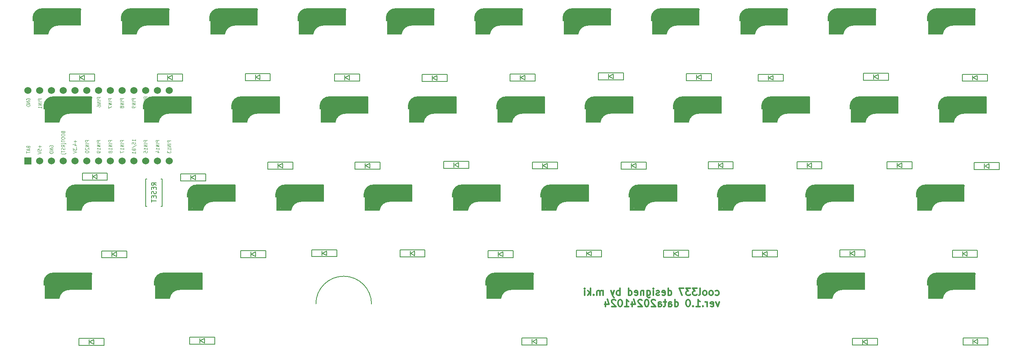
<source format=gbr>
%TF.GenerationSoftware,KiCad,Pcbnew,7.0.8*%
%TF.CreationDate,2024-10-24T11:53:26+09:00*%
%TF.ProjectId,cool337,636f6f6c-3333-4372-9e6b-696361645f70,rev?*%
%TF.SameCoordinates,Original*%
%TF.FileFunction,Legend,Bot*%
%TF.FilePolarity,Positive*%
%FSLAX46Y46*%
G04 Gerber Fmt 4.6, Leading zero omitted, Abs format (unit mm)*
G04 Created by KiCad (PCBNEW 7.0.8) date 2024-10-24 11:53:26*
%MOMM*%
%LPD*%
G01*
G04 APERTURE LIST*
%ADD10C,0.300000*%
%ADD11C,0.150000*%
%ADD12C,0.125000*%
%ADD13C,0.500000*%
%ADD14C,0.800000*%
%ADD15C,3.000000*%
%ADD16C,3.500000*%
%ADD17C,1.000000*%
%ADD18C,0.400000*%
%ADD19C,1.524000*%
%ADD20R,1.524000X1.524000*%
G04 APERTURE END LIST*
D10*
X141322632Y-55314400D02*
X141465489Y-55385828D01*
X141465489Y-55385828D02*
X141751203Y-55385828D01*
X141751203Y-55385828D02*
X141894060Y-55314400D01*
X141894060Y-55314400D02*
X141965489Y-55242971D01*
X141965489Y-55242971D02*
X142036917Y-55100114D01*
X142036917Y-55100114D02*
X142036917Y-54671542D01*
X142036917Y-54671542D02*
X141965489Y-54528685D01*
X141965489Y-54528685D02*
X141894060Y-54457257D01*
X141894060Y-54457257D02*
X141751203Y-54385828D01*
X141751203Y-54385828D02*
X141465489Y-54385828D01*
X141465489Y-54385828D02*
X141322632Y-54457257D01*
X140465489Y-55385828D02*
X140608346Y-55314400D01*
X140608346Y-55314400D02*
X140679775Y-55242971D01*
X140679775Y-55242971D02*
X140751203Y-55100114D01*
X140751203Y-55100114D02*
X140751203Y-54671542D01*
X140751203Y-54671542D02*
X140679775Y-54528685D01*
X140679775Y-54528685D02*
X140608346Y-54457257D01*
X140608346Y-54457257D02*
X140465489Y-54385828D01*
X140465489Y-54385828D02*
X140251203Y-54385828D01*
X140251203Y-54385828D02*
X140108346Y-54457257D01*
X140108346Y-54457257D02*
X140036918Y-54528685D01*
X140036918Y-54528685D02*
X139965489Y-54671542D01*
X139965489Y-54671542D02*
X139965489Y-55100114D01*
X139965489Y-55100114D02*
X140036918Y-55242971D01*
X140036918Y-55242971D02*
X140108346Y-55314400D01*
X140108346Y-55314400D02*
X140251203Y-55385828D01*
X140251203Y-55385828D02*
X140465489Y-55385828D01*
X139108346Y-55385828D02*
X139251203Y-55314400D01*
X139251203Y-55314400D02*
X139322632Y-55242971D01*
X139322632Y-55242971D02*
X139394060Y-55100114D01*
X139394060Y-55100114D02*
X139394060Y-54671542D01*
X139394060Y-54671542D02*
X139322632Y-54528685D01*
X139322632Y-54528685D02*
X139251203Y-54457257D01*
X139251203Y-54457257D02*
X139108346Y-54385828D01*
X139108346Y-54385828D02*
X138894060Y-54385828D01*
X138894060Y-54385828D02*
X138751203Y-54457257D01*
X138751203Y-54457257D02*
X138679775Y-54528685D01*
X138679775Y-54528685D02*
X138608346Y-54671542D01*
X138608346Y-54671542D02*
X138608346Y-55100114D01*
X138608346Y-55100114D02*
X138679775Y-55242971D01*
X138679775Y-55242971D02*
X138751203Y-55314400D01*
X138751203Y-55314400D02*
X138894060Y-55385828D01*
X138894060Y-55385828D02*
X139108346Y-55385828D01*
X137751203Y-55385828D02*
X137894060Y-55314400D01*
X137894060Y-55314400D02*
X137965489Y-55171542D01*
X137965489Y-55171542D02*
X137965489Y-53885828D01*
X137322632Y-53885828D02*
X136394060Y-53885828D01*
X136394060Y-53885828D02*
X136894060Y-54457257D01*
X136894060Y-54457257D02*
X136679775Y-54457257D01*
X136679775Y-54457257D02*
X136536918Y-54528685D01*
X136536918Y-54528685D02*
X136465489Y-54600114D01*
X136465489Y-54600114D02*
X136394060Y-54742971D01*
X136394060Y-54742971D02*
X136394060Y-55100114D01*
X136394060Y-55100114D02*
X136465489Y-55242971D01*
X136465489Y-55242971D02*
X136536918Y-55314400D01*
X136536918Y-55314400D02*
X136679775Y-55385828D01*
X136679775Y-55385828D02*
X137108346Y-55385828D01*
X137108346Y-55385828D02*
X137251203Y-55314400D01*
X137251203Y-55314400D02*
X137322632Y-55242971D01*
X135894061Y-53885828D02*
X134965489Y-53885828D01*
X134965489Y-53885828D02*
X135465489Y-54457257D01*
X135465489Y-54457257D02*
X135251204Y-54457257D01*
X135251204Y-54457257D02*
X135108347Y-54528685D01*
X135108347Y-54528685D02*
X135036918Y-54600114D01*
X135036918Y-54600114D02*
X134965489Y-54742971D01*
X134965489Y-54742971D02*
X134965489Y-55100114D01*
X134965489Y-55100114D02*
X135036918Y-55242971D01*
X135036918Y-55242971D02*
X135108347Y-55314400D01*
X135108347Y-55314400D02*
X135251204Y-55385828D01*
X135251204Y-55385828D02*
X135679775Y-55385828D01*
X135679775Y-55385828D02*
X135822632Y-55314400D01*
X135822632Y-55314400D02*
X135894061Y-55242971D01*
X134465490Y-53885828D02*
X133465490Y-53885828D01*
X133465490Y-53885828D02*
X134108347Y-55385828D01*
X131108348Y-55385828D02*
X131108348Y-53885828D01*
X131108348Y-55314400D02*
X131251205Y-55385828D01*
X131251205Y-55385828D02*
X131536919Y-55385828D01*
X131536919Y-55385828D02*
X131679776Y-55314400D01*
X131679776Y-55314400D02*
X131751205Y-55242971D01*
X131751205Y-55242971D02*
X131822633Y-55100114D01*
X131822633Y-55100114D02*
X131822633Y-54671542D01*
X131822633Y-54671542D02*
X131751205Y-54528685D01*
X131751205Y-54528685D02*
X131679776Y-54457257D01*
X131679776Y-54457257D02*
X131536919Y-54385828D01*
X131536919Y-54385828D02*
X131251205Y-54385828D01*
X131251205Y-54385828D02*
X131108348Y-54457257D01*
X129822633Y-55314400D02*
X129965490Y-55385828D01*
X129965490Y-55385828D02*
X130251205Y-55385828D01*
X130251205Y-55385828D02*
X130394062Y-55314400D01*
X130394062Y-55314400D02*
X130465490Y-55171542D01*
X130465490Y-55171542D02*
X130465490Y-54600114D01*
X130465490Y-54600114D02*
X130394062Y-54457257D01*
X130394062Y-54457257D02*
X130251205Y-54385828D01*
X130251205Y-54385828D02*
X129965490Y-54385828D01*
X129965490Y-54385828D02*
X129822633Y-54457257D01*
X129822633Y-54457257D02*
X129751205Y-54600114D01*
X129751205Y-54600114D02*
X129751205Y-54742971D01*
X129751205Y-54742971D02*
X130465490Y-54885828D01*
X129179776Y-55314400D02*
X129036919Y-55385828D01*
X129036919Y-55385828D02*
X128751205Y-55385828D01*
X128751205Y-55385828D02*
X128608348Y-55314400D01*
X128608348Y-55314400D02*
X128536919Y-55171542D01*
X128536919Y-55171542D02*
X128536919Y-55100114D01*
X128536919Y-55100114D02*
X128608348Y-54957257D01*
X128608348Y-54957257D02*
X128751205Y-54885828D01*
X128751205Y-54885828D02*
X128965491Y-54885828D01*
X128965491Y-54885828D02*
X129108348Y-54814400D01*
X129108348Y-54814400D02*
X129179776Y-54671542D01*
X129179776Y-54671542D02*
X129179776Y-54600114D01*
X129179776Y-54600114D02*
X129108348Y-54457257D01*
X129108348Y-54457257D02*
X128965491Y-54385828D01*
X128965491Y-54385828D02*
X128751205Y-54385828D01*
X128751205Y-54385828D02*
X128608348Y-54457257D01*
X127894062Y-55385828D02*
X127894062Y-54385828D01*
X127894062Y-53885828D02*
X127965490Y-53957257D01*
X127965490Y-53957257D02*
X127894062Y-54028685D01*
X127894062Y-54028685D02*
X127822633Y-53957257D01*
X127822633Y-53957257D02*
X127894062Y-53885828D01*
X127894062Y-53885828D02*
X127894062Y-54028685D01*
X126536919Y-54385828D02*
X126536919Y-55600114D01*
X126536919Y-55600114D02*
X126608347Y-55742971D01*
X126608347Y-55742971D02*
X126679776Y-55814400D01*
X126679776Y-55814400D02*
X126822633Y-55885828D01*
X126822633Y-55885828D02*
X127036919Y-55885828D01*
X127036919Y-55885828D02*
X127179776Y-55814400D01*
X126536919Y-55314400D02*
X126679776Y-55385828D01*
X126679776Y-55385828D02*
X126965490Y-55385828D01*
X126965490Y-55385828D02*
X127108347Y-55314400D01*
X127108347Y-55314400D02*
X127179776Y-55242971D01*
X127179776Y-55242971D02*
X127251204Y-55100114D01*
X127251204Y-55100114D02*
X127251204Y-54671542D01*
X127251204Y-54671542D02*
X127179776Y-54528685D01*
X127179776Y-54528685D02*
X127108347Y-54457257D01*
X127108347Y-54457257D02*
X126965490Y-54385828D01*
X126965490Y-54385828D02*
X126679776Y-54385828D01*
X126679776Y-54385828D02*
X126536919Y-54457257D01*
X125822633Y-54385828D02*
X125822633Y-55385828D01*
X125822633Y-54528685D02*
X125751204Y-54457257D01*
X125751204Y-54457257D02*
X125608347Y-54385828D01*
X125608347Y-54385828D02*
X125394061Y-54385828D01*
X125394061Y-54385828D02*
X125251204Y-54457257D01*
X125251204Y-54457257D02*
X125179776Y-54600114D01*
X125179776Y-54600114D02*
X125179776Y-55385828D01*
X123894061Y-55314400D02*
X124036918Y-55385828D01*
X124036918Y-55385828D02*
X124322633Y-55385828D01*
X124322633Y-55385828D02*
X124465490Y-55314400D01*
X124465490Y-55314400D02*
X124536918Y-55171542D01*
X124536918Y-55171542D02*
X124536918Y-54600114D01*
X124536918Y-54600114D02*
X124465490Y-54457257D01*
X124465490Y-54457257D02*
X124322633Y-54385828D01*
X124322633Y-54385828D02*
X124036918Y-54385828D01*
X124036918Y-54385828D02*
X123894061Y-54457257D01*
X123894061Y-54457257D02*
X123822633Y-54600114D01*
X123822633Y-54600114D02*
X123822633Y-54742971D01*
X123822633Y-54742971D02*
X124536918Y-54885828D01*
X122536919Y-55385828D02*
X122536919Y-53885828D01*
X122536919Y-55314400D02*
X122679776Y-55385828D01*
X122679776Y-55385828D02*
X122965490Y-55385828D01*
X122965490Y-55385828D02*
X123108347Y-55314400D01*
X123108347Y-55314400D02*
X123179776Y-55242971D01*
X123179776Y-55242971D02*
X123251204Y-55100114D01*
X123251204Y-55100114D02*
X123251204Y-54671542D01*
X123251204Y-54671542D02*
X123179776Y-54528685D01*
X123179776Y-54528685D02*
X123108347Y-54457257D01*
X123108347Y-54457257D02*
X122965490Y-54385828D01*
X122965490Y-54385828D02*
X122679776Y-54385828D01*
X122679776Y-54385828D02*
X122536919Y-54457257D01*
X120679776Y-55385828D02*
X120679776Y-53885828D01*
X120679776Y-54457257D02*
X120536919Y-54385828D01*
X120536919Y-54385828D02*
X120251204Y-54385828D01*
X120251204Y-54385828D02*
X120108347Y-54457257D01*
X120108347Y-54457257D02*
X120036919Y-54528685D01*
X120036919Y-54528685D02*
X119965490Y-54671542D01*
X119965490Y-54671542D02*
X119965490Y-55100114D01*
X119965490Y-55100114D02*
X120036919Y-55242971D01*
X120036919Y-55242971D02*
X120108347Y-55314400D01*
X120108347Y-55314400D02*
X120251204Y-55385828D01*
X120251204Y-55385828D02*
X120536919Y-55385828D01*
X120536919Y-55385828D02*
X120679776Y-55314400D01*
X119465490Y-54385828D02*
X119108347Y-55385828D01*
X118751204Y-54385828D02*
X119108347Y-55385828D01*
X119108347Y-55385828D02*
X119251204Y-55742971D01*
X119251204Y-55742971D02*
X119322633Y-55814400D01*
X119322633Y-55814400D02*
X119465490Y-55885828D01*
X117036919Y-55385828D02*
X117036919Y-54385828D01*
X117036919Y-54528685D02*
X116965490Y-54457257D01*
X116965490Y-54457257D02*
X116822633Y-54385828D01*
X116822633Y-54385828D02*
X116608347Y-54385828D01*
X116608347Y-54385828D02*
X116465490Y-54457257D01*
X116465490Y-54457257D02*
X116394062Y-54600114D01*
X116394062Y-54600114D02*
X116394062Y-55385828D01*
X116394062Y-54600114D02*
X116322633Y-54457257D01*
X116322633Y-54457257D02*
X116179776Y-54385828D01*
X116179776Y-54385828D02*
X115965490Y-54385828D01*
X115965490Y-54385828D02*
X115822633Y-54457257D01*
X115822633Y-54457257D02*
X115751204Y-54600114D01*
X115751204Y-54600114D02*
X115751204Y-55385828D01*
X115036919Y-55242971D02*
X114965490Y-55314400D01*
X114965490Y-55314400D02*
X115036919Y-55385828D01*
X115036919Y-55385828D02*
X115108347Y-55314400D01*
X115108347Y-55314400D02*
X115036919Y-55242971D01*
X115036919Y-55242971D02*
X115036919Y-55385828D01*
X114322633Y-55385828D02*
X114322633Y-53885828D01*
X114179776Y-54814400D02*
X113751204Y-55385828D01*
X113751204Y-54385828D02*
X114322633Y-54957257D01*
X113108347Y-55385828D02*
X113108347Y-54385828D01*
X113108347Y-53885828D02*
X113179775Y-53957257D01*
X113179775Y-53957257D02*
X113108347Y-54028685D01*
X113108347Y-54028685D02*
X113036918Y-53957257D01*
X113036918Y-53957257D02*
X113108347Y-53885828D01*
X113108347Y-53885828D02*
X113108347Y-54028685D01*
X142108346Y-56800828D02*
X141751203Y-57800828D01*
X141751203Y-57800828D02*
X141394060Y-56800828D01*
X140251203Y-57729400D02*
X140394060Y-57800828D01*
X140394060Y-57800828D02*
X140679775Y-57800828D01*
X140679775Y-57800828D02*
X140822632Y-57729400D01*
X140822632Y-57729400D02*
X140894060Y-57586542D01*
X140894060Y-57586542D02*
X140894060Y-57015114D01*
X140894060Y-57015114D02*
X140822632Y-56872257D01*
X140822632Y-56872257D02*
X140679775Y-56800828D01*
X140679775Y-56800828D02*
X140394060Y-56800828D01*
X140394060Y-56800828D02*
X140251203Y-56872257D01*
X140251203Y-56872257D02*
X140179775Y-57015114D01*
X140179775Y-57015114D02*
X140179775Y-57157971D01*
X140179775Y-57157971D02*
X140894060Y-57300828D01*
X139536918Y-57800828D02*
X139536918Y-56800828D01*
X139536918Y-57086542D02*
X139465489Y-56943685D01*
X139465489Y-56943685D02*
X139394061Y-56872257D01*
X139394061Y-56872257D02*
X139251203Y-56800828D01*
X139251203Y-56800828D02*
X139108346Y-56800828D01*
X138608347Y-57657971D02*
X138536918Y-57729400D01*
X138536918Y-57729400D02*
X138608347Y-57800828D01*
X138608347Y-57800828D02*
X138679775Y-57729400D01*
X138679775Y-57729400D02*
X138608347Y-57657971D01*
X138608347Y-57657971D02*
X138608347Y-57800828D01*
X137108346Y-57800828D02*
X137965489Y-57800828D01*
X137536918Y-57800828D02*
X137536918Y-56300828D01*
X137536918Y-56300828D02*
X137679775Y-56515114D01*
X137679775Y-56515114D02*
X137822632Y-56657971D01*
X137822632Y-56657971D02*
X137965489Y-56729400D01*
X136465490Y-57657971D02*
X136394061Y-57729400D01*
X136394061Y-57729400D02*
X136465490Y-57800828D01*
X136465490Y-57800828D02*
X136536918Y-57729400D01*
X136536918Y-57729400D02*
X136465490Y-57657971D01*
X136465490Y-57657971D02*
X136465490Y-57800828D01*
X135465489Y-56300828D02*
X135322632Y-56300828D01*
X135322632Y-56300828D02*
X135179775Y-56372257D01*
X135179775Y-56372257D02*
X135108347Y-56443685D01*
X135108347Y-56443685D02*
X135036918Y-56586542D01*
X135036918Y-56586542D02*
X134965489Y-56872257D01*
X134965489Y-56872257D02*
X134965489Y-57229400D01*
X134965489Y-57229400D02*
X135036918Y-57515114D01*
X135036918Y-57515114D02*
X135108347Y-57657971D01*
X135108347Y-57657971D02*
X135179775Y-57729400D01*
X135179775Y-57729400D02*
X135322632Y-57800828D01*
X135322632Y-57800828D02*
X135465489Y-57800828D01*
X135465489Y-57800828D02*
X135608347Y-57729400D01*
X135608347Y-57729400D02*
X135679775Y-57657971D01*
X135679775Y-57657971D02*
X135751204Y-57515114D01*
X135751204Y-57515114D02*
X135822632Y-57229400D01*
X135822632Y-57229400D02*
X135822632Y-56872257D01*
X135822632Y-56872257D02*
X135751204Y-56586542D01*
X135751204Y-56586542D02*
X135679775Y-56443685D01*
X135679775Y-56443685D02*
X135608347Y-56372257D01*
X135608347Y-56372257D02*
X135465489Y-56300828D01*
X132536919Y-57800828D02*
X132536919Y-56300828D01*
X132536919Y-57729400D02*
X132679776Y-57800828D01*
X132679776Y-57800828D02*
X132965490Y-57800828D01*
X132965490Y-57800828D02*
X133108347Y-57729400D01*
X133108347Y-57729400D02*
X133179776Y-57657971D01*
X133179776Y-57657971D02*
X133251204Y-57515114D01*
X133251204Y-57515114D02*
X133251204Y-57086542D01*
X133251204Y-57086542D02*
X133179776Y-56943685D01*
X133179776Y-56943685D02*
X133108347Y-56872257D01*
X133108347Y-56872257D02*
X132965490Y-56800828D01*
X132965490Y-56800828D02*
X132679776Y-56800828D01*
X132679776Y-56800828D02*
X132536919Y-56872257D01*
X131179776Y-57800828D02*
X131179776Y-57015114D01*
X131179776Y-57015114D02*
X131251204Y-56872257D01*
X131251204Y-56872257D02*
X131394061Y-56800828D01*
X131394061Y-56800828D02*
X131679776Y-56800828D01*
X131679776Y-56800828D02*
X131822633Y-56872257D01*
X131179776Y-57729400D02*
X131322633Y-57800828D01*
X131322633Y-57800828D02*
X131679776Y-57800828D01*
X131679776Y-57800828D02*
X131822633Y-57729400D01*
X131822633Y-57729400D02*
X131894061Y-57586542D01*
X131894061Y-57586542D02*
X131894061Y-57443685D01*
X131894061Y-57443685D02*
X131822633Y-57300828D01*
X131822633Y-57300828D02*
X131679776Y-57229400D01*
X131679776Y-57229400D02*
X131322633Y-57229400D01*
X131322633Y-57229400D02*
X131179776Y-57157971D01*
X130679775Y-56800828D02*
X130108347Y-56800828D01*
X130465490Y-56300828D02*
X130465490Y-57586542D01*
X130465490Y-57586542D02*
X130394061Y-57729400D01*
X130394061Y-57729400D02*
X130251204Y-57800828D01*
X130251204Y-57800828D02*
X130108347Y-57800828D01*
X128965490Y-57800828D02*
X128965490Y-57015114D01*
X128965490Y-57015114D02*
X129036918Y-56872257D01*
X129036918Y-56872257D02*
X129179775Y-56800828D01*
X129179775Y-56800828D02*
X129465490Y-56800828D01*
X129465490Y-56800828D02*
X129608347Y-56872257D01*
X128965490Y-57729400D02*
X129108347Y-57800828D01*
X129108347Y-57800828D02*
X129465490Y-57800828D01*
X129465490Y-57800828D02*
X129608347Y-57729400D01*
X129608347Y-57729400D02*
X129679775Y-57586542D01*
X129679775Y-57586542D02*
X129679775Y-57443685D01*
X129679775Y-57443685D02*
X129608347Y-57300828D01*
X129608347Y-57300828D02*
X129465490Y-57229400D01*
X129465490Y-57229400D02*
X129108347Y-57229400D01*
X129108347Y-57229400D02*
X128965490Y-57157971D01*
X128322632Y-56443685D02*
X128251204Y-56372257D01*
X128251204Y-56372257D02*
X128108347Y-56300828D01*
X128108347Y-56300828D02*
X127751204Y-56300828D01*
X127751204Y-56300828D02*
X127608347Y-56372257D01*
X127608347Y-56372257D02*
X127536918Y-56443685D01*
X127536918Y-56443685D02*
X127465489Y-56586542D01*
X127465489Y-56586542D02*
X127465489Y-56729400D01*
X127465489Y-56729400D02*
X127536918Y-56943685D01*
X127536918Y-56943685D02*
X128394061Y-57800828D01*
X128394061Y-57800828D02*
X127465489Y-57800828D01*
X126536918Y-56300828D02*
X126394061Y-56300828D01*
X126394061Y-56300828D02*
X126251204Y-56372257D01*
X126251204Y-56372257D02*
X126179776Y-56443685D01*
X126179776Y-56443685D02*
X126108347Y-56586542D01*
X126108347Y-56586542D02*
X126036918Y-56872257D01*
X126036918Y-56872257D02*
X126036918Y-57229400D01*
X126036918Y-57229400D02*
X126108347Y-57515114D01*
X126108347Y-57515114D02*
X126179776Y-57657971D01*
X126179776Y-57657971D02*
X126251204Y-57729400D01*
X126251204Y-57729400D02*
X126394061Y-57800828D01*
X126394061Y-57800828D02*
X126536918Y-57800828D01*
X126536918Y-57800828D02*
X126679776Y-57729400D01*
X126679776Y-57729400D02*
X126751204Y-57657971D01*
X126751204Y-57657971D02*
X126822633Y-57515114D01*
X126822633Y-57515114D02*
X126894061Y-57229400D01*
X126894061Y-57229400D02*
X126894061Y-56872257D01*
X126894061Y-56872257D02*
X126822633Y-56586542D01*
X126822633Y-56586542D02*
X126751204Y-56443685D01*
X126751204Y-56443685D02*
X126679776Y-56372257D01*
X126679776Y-56372257D02*
X126536918Y-56300828D01*
X125465490Y-56443685D02*
X125394062Y-56372257D01*
X125394062Y-56372257D02*
X125251205Y-56300828D01*
X125251205Y-56300828D02*
X124894062Y-56300828D01*
X124894062Y-56300828D02*
X124751205Y-56372257D01*
X124751205Y-56372257D02*
X124679776Y-56443685D01*
X124679776Y-56443685D02*
X124608347Y-56586542D01*
X124608347Y-56586542D02*
X124608347Y-56729400D01*
X124608347Y-56729400D02*
X124679776Y-56943685D01*
X124679776Y-56943685D02*
X125536919Y-57800828D01*
X125536919Y-57800828D02*
X124608347Y-57800828D01*
X123322634Y-56800828D02*
X123322634Y-57800828D01*
X123679776Y-56229400D02*
X124036919Y-57300828D01*
X124036919Y-57300828D02*
X123108348Y-57300828D01*
X121751205Y-57800828D02*
X122608348Y-57800828D01*
X122179777Y-57800828D02*
X122179777Y-56300828D01*
X122179777Y-56300828D02*
X122322634Y-56515114D01*
X122322634Y-56515114D02*
X122465491Y-56657971D01*
X122465491Y-56657971D02*
X122608348Y-56729400D01*
X120822634Y-56300828D02*
X120679777Y-56300828D01*
X120679777Y-56300828D02*
X120536920Y-56372257D01*
X120536920Y-56372257D02*
X120465492Y-56443685D01*
X120465492Y-56443685D02*
X120394063Y-56586542D01*
X120394063Y-56586542D02*
X120322634Y-56872257D01*
X120322634Y-56872257D02*
X120322634Y-57229400D01*
X120322634Y-57229400D02*
X120394063Y-57515114D01*
X120394063Y-57515114D02*
X120465492Y-57657971D01*
X120465492Y-57657971D02*
X120536920Y-57729400D01*
X120536920Y-57729400D02*
X120679777Y-57800828D01*
X120679777Y-57800828D02*
X120822634Y-57800828D01*
X120822634Y-57800828D02*
X120965492Y-57729400D01*
X120965492Y-57729400D02*
X121036920Y-57657971D01*
X121036920Y-57657971D02*
X121108349Y-57515114D01*
X121108349Y-57515114D02*
X121179777Y-57229400D01*
X121179777Y-57229400D02*
X121179777Y-56872257D01*
X121179777Y-56872257D02*
X121108349Y-56586542D01*
X121108349Y-56586542D02*
X121036920Y-56443685D01*
X121036920Y-56443685D02*
X120965492Y-56372257D01*
X120965492Y-56372257D02*
X120822634Y-56300828D01*
X119751206Y-56443685D02*
X119679778Y-56372257D01*
X119679778Y-56372257D02*
X119536921Y-56300828D01*
X119536921Y-56300828D02*
X119179778Y-56300828D01*
X119179778Y-56300828D02*
X119036921Y-56372257D01*
X119036921Y-56372257D02*
X118965492Y-56443685D01*
X118965492Y-56443685D02*
X118894063Y-56586542D01*
X118894063Y-56586542D02*
X118894063Y-56729400D01*
X118894063Y-56729400D02*
X118965492Y-56943685D01*
X118965492Y-56943685D02*
X119822635Y-57800828D01*
X119822635Y-57800828D02*
X118894063Y-57800828D01*
X117608350Y-56800828D02*
X117608350Y-57800828D01*
X117965492Y-56229400D02*
X118322635Y-57300828D01*
X118322635Y-57300828D02*
X117394064Y-57300828D01*
D11*
X20674819Y-31620618D02*
X20198628Y-31287285D01*
X20674819Y-31049190D02*
X19674819Y-31049190D01*
X19674819Y-31049190D02*
X19674819Y-31430142D01*
X19674819Y-31430142D02*
X19722438Y-31525380D01*
X19722438Y-31525380D02*
X19770057Y-31572999D01*
X19770057Y-31572999D02*
X19865295Y-31620618D01*
X19865295Y-31620618D02*
X20008152Y-31620618D01*
X20008152Y-31620618D02*
X20103390Y-31572999D01*
X20103390Y-31572999D02*
X20151009Y-31525380D01*
X20151009Y-31525380D02*
X20198628Y-31430142D01*
X20198628Y-31430142D02*
X20198628Y-31049190D01*
X20151009Y-32049190D02*
X20151009Y-32382523D01*
X20674819Y-32525380D02*
X20674819Y-32049190D01*
X20674819Y-32049190D02*
X19674819Y-32049190D01*
X19674819Y-32049190D02*
X19674819Y-32525380D01*
X20627200Y-32906333D02*
X20674819Y-33049190D01*
X20674819Y-33049190D02*
X20674819Y-33287285D01*
X20674819Y-33287285D02*
X20627200Y-33382523D01*
X20627200Y-33382523D02*
X20579580Y-33430142D01*
X20579580Y-33430142D02*
X20484342Y-33477761D01*
X20484342Y-33477761D02*
X20389104Y-33477761D01*
X20389104Y-33477761D02*
X20293866Y-33430142D01*
X20293866Y-33430142D02*
X20246247Y-33382523D01*
X20246247Y-33382523D02*
X20198628Y-33287285D01*
X20198628Y-33287285D02*
X20151009Y-33096809D01*
X20151009Y-33096809D02*
X20103390Y-33001571D01*
X20103390Y-33001571D02*
X20055771Y-32953952D01*
X20055771Y-32953952D02*
X19960533Y-32906333D01*
X19960533Y-32906333D02*
X19865295Y-32906333D01*
X19865295Y-32906333D02*
X19770057Y-32953952D01*
X19770057Y-32953952D02*
X19722438Y-33001571D01*
X19722438Y-33001571D02*
X19674819Y-33096809D01*
X19674819Y-33096809D02*
X19674819Y-33334904D01*
X19674819Y-33334904D02*
X19722438Y-33477761D01*
X20151009Y-33906333D02*
X20151009Y-34239666D01*
X20674819Y-34382523D02*
X20674819Y-33906333D01*
X20674819Y-33906333D02*
X19674819Y-33906333D01*
X19674819Y-33906333D02*
X19674819Y-34382523D01*
X19674819Y-34668238D02*
X19674819Y-35239666D01*
X20674819Y-34953952D02*
X19674819Y-34953952D01*
D12*
X18748464Y-12485952D02*
X17998464Y-12485952D01*
X17998464Y-12485952D02*
X17998464Y-12741190D01*
X17998464Y-12741190D02*
X18034178Y-12805000D01*
X18034178Y-12805000D02*
X18069892Y-12836905D01*
X18069892Y-12836905D02*
X18141321Y-12868809D01*
X18141321Y-12868809D02*
X18248464Y-12868809D01*
X18248464Y-12868809D02*
X18319892Y-12836905D01*
X18319892Y-12836905D02*
X18355607Y-12805000D01*
X18355607Y-12805000D02*
X18391321Y-12741190D01*
X18391321Y-12741190D02*
X18391321Y-12485952D01*
X18748464Y-13155952D02*
X17998464Y-13155952D01*
X18748464Y-13475000D02*
X17998464Y-13475000D01*
X17998464Y-13475000D02*
X18748464Y-13857857D01*
X18748464Y-13857857D02*
X17998464Y-13857857D01*
X18748464Y-14527858D02*
X18748464Y-14145001D01*
X18748464Y-14336429D02*
X17998464Y-14336429D01*
X17998464Y-14336429D02*
X18105607Y-14272620D01*
X18105607Y-14272620D02*
X18177035Y-14208810D01*
X18177035Y-14208810D02*
X18212750Y-14145001D01*
X17998464Y-14942619D02*
X17998464Y-15006429D01*
X17998464Y-15006429D02*
X18034178Y-15070238D01*
X18034178Y-15070238D02*
X18069892Y-15102143D01*
X18069892Y-15102143D02*
X18141321Y-15134048D01*
X18141321Y-15134048D02*
X18284178Y-15165953D01*
X18284178Y-15165953D02*
X18462750Y-15165953D01*
X18462750Y-15165953D02*
X18605607Y-15134048D01*
X18605607Y-15134048D02*
X18677035Y-15102143D01*
X18677035Y-15102143D02*
X18712750Y-15070238D01*
X18712750Y-15070238D02*
X18748464Y-15006429D01*
X18748464Y-15006429D02*
X18748464Y-14942619D01*
X18748464Y-14942619D02*
X18712750Y-14878810D01*
X18712750Y-14878810D02*
X18677035Y-14846905D01*
X18677035Y-14846905D02*
X18605607Y-14815000D01*
X18605607Y-14815000D02*
X18462750Y-14783096D01*
X18462750Y-14783096D02*
X18284178Y-14783096D01*
X18284178Y-14783096D02*
X18141321Y-14815000D01*
X18141321Y-14815000D02*
X18069892Y-14846905D01*
X18069892Y-14846905D02*
X18034178Y-14878810D01*
X18034178Y-14878810D02*
X17998464Y-14942619D01*
X16248464Y-22062381D02*
X16248464Y-21679524D01*
X16248464Y-21870952D02*
X15498464Y-21870952D01*
X15498464Y-21870952D02*
X15605607Y-21807143D01*
X15605607Y-21807143D02*
X15677035Y-21743333D01*
X15677035Y-21743333D02*
X15712750Y-21679524D01*
X15498464Y-22668571D02*
X15498464Y-22349523D01*
X15498464Y-22349523D02*
X15855607Y-22317619D01*
X15855607Y-22317619D02*
X15819892Y-22349523D01*
X15819892Y-22349523D02*
X15784178Y-22413333D01*
X15784178Y-22413333D02*
X15784178Y-22572857D01*
X15784178Y-22572857D02*
X15819892Y-22636666D01*
X15819892Y-22636666D02*
X15855607Y-22668571D01*
X15855607Y-22668571D02*
X15927035Y-22700476D01*
X15927035Y-22700476D02*
X16105607Y-22700476D01*
X16105607Y-22700476D02*
X16177035Y-22668571D01*
X16177035Y-22668571D02*
X16212750Y-22636666D01*
X16212750Y-22636666D02*
X16248464Y-22572857D01*
X16248464Y-22572857D02*
X16248464Y-22413333D01*
X16248464Y-22413333D02*
X16212750Y-22349523D01*
X16212750Y-22349523D02*
X16177035Y-22317619D01*
X15462750Y-23466190D02*
X16427035Y-22891904D01*
X15855607Y-23912857D02*
X15891321Y-24008571D01*
X15891321Y-24008571D02*
X15927035Y-24040476D01*
X15927035Y-24040476D02*
X15998464Y-24072380D01*
X15998464Y-24072380D02*
X16105607Y-24072380D01*
X16105607Y-24072380D02*
X16177035Y-24040476D01*
X16177035Y-24040476D02*
X16212750Y-24008571D01*
X16212750Y-24008571D02*
X16248464Y-23944761D01*
X16248464Y-23944761D02*
X16248464Y-23689523D01*
X16248464Y-23689523D02*
X15498464Y-23689523D01*
X15498464Y-23689523D02*
X15498464Y-23912857D01*
X15498464Y-23912857D02*
X15534178Y-23976666D01*
X15534178Y-23976666D02*
X15569892Y-24008571D01*
X15569892Y-24008571D02*
X15641321Y-24040476D01*
X15641321Y-24040476D02*
X15712750Y-24040476D01*
X15712750Y-24040476D02*
X15784178Y-24008571D01*
X15784178Y-24008571D02*
X15819892Y-23976666D01*
X15819892Y-23976666D02*
X15855607Y-23912857D01*
X15855607Y-23912857D02*
X15855607Y-23689523D01*
X16248464Y-24710476D02*
X16248464Y-24327619D01*
X16248464Y-24519047D02*
X15498464Y-24519047D01*
X15498464Y-24519047D02*
X15605607Y-24455238D01*
X15605607Y-24455238D02*
X15677035Y-24391428D01*
X15677035Y-24391428D02*
X15712750Y-24327619D01*
X8678464Y-12574999D02*
X7928464Y-12574999D01*
X7928464Y-12574999D02*
X7928464Y-12830237D01*
X7928464Y-12830237D02*
X7964178Y-12894047D01*
X7964178Y-12894047D02*
X7999892Y-12925952D01*
X7999892Y-12925952D02*
X8071321Y-12957856D01*
X8071321Y-12957856D02*
X8178464Y-12957856D01*
X8178464Y-12957856D02*
X8249892Y-12925952D01*
X8249892Y-12925952D02*
X8285607Y-12894047D01*
X8285607Y-12894047D02*
X8321321Y-12830237D01*
X8321321Y-12830237D02*
X8321321Y-12574999D01*
X8678464Y-13244999D02*
X7928464Y-13244999D01*
X8678464Y-13564047D02*
X7928464Y-13564047D01*
X7928464Y-13564047D02*
X8678464Y-13946904D01*
X8678464Y-13946904D02*
X7928464Y-13946904D01*
X7928464Y-14553095D02*
X7928464Y-14425476D01*
X7928464Y-14425476D02*
X7964178Y-14361667D01*
X7964178Y-14361667D02*
X7999892Y-14329762D01*
X7999892Y-14329762D02*
X8107035Y-14265952D01*
X8107035Y-14265952D02*
X8249892Y-14234048D01*
X8249892Y-14234048D02*
X8535607Y-14234048D01*
X8535607Y-14234048D02*
X8607035Y-14265952D01*
X8607035Y-14265952D02*
X8642750Y-14297857D01*
X8642750Y-14297857D02*
X8678464Y-14361667D01*
X8678464Y-14361667D02*
X8678464Y-14489286D01*
X8678464Y-14489286D02*
X8642750Y-14553095D01*
X8642750Y-14553095D02*
X8607035Y-14585000D01*
X8607035Y-14585000D02*
X8535607Y-14616905D01*
X8535607Y-14616905D02*
X8357035Y-14616905D01*
X8357035Y-14616905D02*
X8285607Y-14585000D01*
X8285607Y-14585000D02*
X8249892Y-14553095D01*
X8249892Y-14553095D02*
X8214178Y-14489286D01*
X8214178Y-14489286D02*
X8214178Y-14361667D01*
X8214178Y-14361667D02*
X8249892Y-14297857D01*
X8249892Y-14297857D02*
X8285607Y-14265952D01*
X8285607Y-14265952D02*
X8357035Y-14234048D01*
X16198464Y-12804999D02*
X15448464Y-12804999D01*
X15448464Y-12804999D02*
X15448464Y-13060237D01*
X15448464Y-13060237D02*
X15484178Y-13124047D01*
X15484178Y-13124047D02*
X15519892Y-13155952D01*
X15519892Y-13155952D02*
X15591321Y-13187856D01*
X15591321Y-13187856D02*
X15698464Y-13187856D01*
X15698464Y-13187856D02*
X15769892Y-13155952D01*
X15769892Y-13155952D02*
X15805607Y-13124047D01*
X15805607Y-13124047D02*
X15841321Y-13060237D01*
X15841321Y-13060237D02*
X15841321Y-12804999D01*
X16198464Y-13474999D02*
X15448464Y-13474999D01*
X16198464Y-13794047D02*
X15448464Y-13794047D01*
X15448464Y-13794047D02*
X16198464Y-14176904D01*
X16198464Y-14176904D02*
X15448464Y-14176904D01*
X16198464Y-14527857D02*
X16198464Y-14655476D01*
X16198464Y-14655476D02*
X16162750Y-14719286D01*
X16162750Y-14719286D02*
X16127035Y-14751190D01*
X16127035Y-14751190D02*
X16019892Y-14815000D01*
X16019892Y-14815000D02*
X15877035Y-14846905D01*
X15877035Y-14846905D02*
X15591321Y-14846905D01*
X15591321Y-14846905D02*
X15519892Y-14815000D01*
X15519892Y-14815000D02*
X15484178Y-14783095D01*
X15484178Y-14783095D02*
X15448464Y-14719286D01*
X15448464Y-14719286D02*
X15448464Y-14591667D01*
X15448464Y-14591667D02*
X15484178Y-14527857D01*
X15484178Y-14527857D02*
X15519892Y-14495952D01*
X15519892Y-14495952D02*
X15591321Y-14464048D01*
X15591321Y-14464048D02*
X15769892Y-14464048D01*
X15769892Y-14464048D02*
X15841321Y-14495952D01*
X15841321Y-14495952D02*
X15877035Y-14527857D01*
X15877035Y-14527857D02*
X15912750Y-14591667D01*
X15912750Y-14591667D02*
X15912750Y-14719286D01*
X15912750Y-14719286D02*
X15877035Y-14783095D01*
X15877035Y-14783095D02*
X15841321Y-14815000D01*
X15841321Y-14815000D02*
X15769892Y-14846905D01*
X6218464Y-12614999D02*
X5468464Y-12614999D01*
X5468464Y-12614999D02*
X5468464Y-12870237D01*
X5468464Y-12870237D02*
X5504178Y-12934047D01*
X5504178Y-12934047D02*
X5539892Y-12965952D01*
X5539892Y-12965952D02*
X5611321Y-12997856D01*
X5611321Y-12997856D02*
X5718464Y-12997856D01*
X5718464Y-12997856D02*
X5789892Y-12965952D01*
X5789892Y-12965952D02*
X5825607Y-12934047D01*
X5825607Y-12934047D02*
X5861321Y-12870237D01*
X5861321Y-12870237D02*
X5861321Y-12614999D01*
X6218464Y-13284999D02*
X5468464Y-13284999D01*
X6218464Y-13604047D02*
X5468464Y-13604047D01*
X5468464Y-13604047D02*
X6218464Y-13986904D01*
X6218464Y-13986904D02*
X5468464Y-13986904D01*
X5468464Y-14625000D02*
X5468464Y-14305952D01*
X5468464Y-14305952D02*
X5825607Y-14274048D01*
X5825607Y-14274048D02*
X5789892Y-14305952D01*
X5789892Y-14305952D02*
X5754178Y-14369762D01*
X5754178Y-14369762D02*
X5754178Y-14529286D01*
X5754178Y-14529286D02*
X5789892Y-14593095D01*
X5789892Y-14593095D02*
X5825607Y-14625000D01*
X5825607Y-14625000D02*
X5897035Y-14656905D01*
X5897035Y-14656905D02*
X6075607Y-14656905D01*
X6075607Y-14656905D02*
X6147035Y-14625000D01*
X6147035Y-14625000D02*
X6182750Y-14593095D01*
X6182750Y-14593095D02*
X6218464Y-14529286D01*
X6218464Y-14529286D02*
X6218464Y-14369762D01*
X6218464Y-14369762D02*
X6182750Y-14305952D01*
X6182750Y-14305952D02*
X6147035Y-14274048D01*
X-2265821Y-23304524D02*
X-2301535Y-23240714D01*
X-2301535Y-23240714D02*
X-2301535Y-23145000D01*
X-2301535Y-23145000D02*
X-2265821Y-23049286D01*
X-2265821Y-23049286D02*
X-2194392Y-22985476D01*
X-2194392Y-22985476D02*
X-2122964Y-22953571D01*
X-2122964Y-22953571D02*
X-1980107Y-22921667D01*
X-1980107Y-22921667D02*
X-1872964Y-22921667D01*
X-1872964Y-22921667D02*
X-1730107Y-22953571D01*
X-1730107Y-22953571D02*
X-1658678Y-22985476D01*
X-1658678Y-22985476D02*
X-1587250Y-23049286D01*
X-1587250Y-23049286D02*
X-1551535Y-23145000D01*
X-1551535Y-23145000D02*
X-1551535Y-23208809D01*
X-1551535Y-23208809D02*
X-1587250Y-23304524D01*
X-1587250Y-23304524D02*
X-1622964Y-23336428D01*
X-1622964Y-23336428D02*
X-1872964Y-23336428D01*
X-1872964Y-23336428D02*
X-1872964Y-23208809D01*
X-1551535Y-23623571D02*
X-2301535Y-23623571D01*
X-2301535Y-23623571D02*
X-1551535Y-24006428D01*
X-1551535Y-24006428D02*
X-2301535Y-24006428D01*
X-1551535Y-24325476D02*
X-2301535Y-24325476D01*
X-2301535Y-24325476D02*
X-2301535Y-24485000D01*
X-2301535Y-24485000D02*
X-2265821Y-24580714D01*
X-2265821Y-24580714D02*
X-2194392Y-24644524D01*
X-2194392Y-24644524D02*
X-2122964Y-24676429D01*
X-2122964Y-24676429D02*
X-1980107Y-24708333D01*
X-1980107Y-24708333D02*
X-1872964Y-24708333D01*
X-1872964Y-24708333D02*
X-1730107Y-24676429D01*
X-1730107Y-24676429D02*
X-1658678Y-24644524D01*
X-1658678Y-24644524D02*
X-1587250Y-24580714D01*
X-1587250Y-24580714D02*
X-1551535Y-24485000D01*
X-1551535Y-24485000D02*
X-1551535Y-24325476D01*
X-4387250Y-22953571D02*
X-4387250Y-23464048D01*
X-4101535Y-23208809D02*
X-4672964Y-23208809D01*
X-4851535Y-24102143D02*
X-4851535Y-23783095D01*
X-4851535Y-23783095D02*
X-4494392Y-23751191D01*
X-4494392Y-23751191D02*
X-4530107Y-23783095D01*
X-4530107Y-23783095D02*
X-4565821Y-23846905D01*
X-4565821Y-23846905D02*
X-4565821Y-24006429D01*
X-4565821Y-24006429D02*
X-4530107Y-24070238D01*
X-4530107Y-24070238D02*
X-4494392Y-24102143D01*
X-4494392Y-24102143D02*
X-4422964Y-24134048D01*
X-4422964Y-24134048D02*
X-4244392Y-24134048D01*
X-4244392Y-24134048D02*
X-4172964Y-24102143D01*
X-4172964Y-24102143D02*
X-4137250Y-24070238D01*
X-4137250Y-24070238D02*
X-4101535Y-24006429D01*
X-4101535Y-24006429D02*
X-4101535Y-23846905D01*
X-4101535Y-23846905D02*
X-4137250Y-23783095D01*
X-4137250Y-23783095D02*
X-4172964Y-23751191D01*
X-4851535Y-24325476D02*
X-4101535Y-24548809D01*
X-4101535Y-24548809D02*
X-4851535Y-24772143D01*
X575607Y-20084762D02*
X611321Y-20180476D01*
X611321Y-20180476D02*
X647035Y-20212381D01*
X647035Y-20212381D02*
X718464Y-20244285D01*
X718464Y-20244285D02*
X825607Y-20244285D01*
X825607Y-20244285D02*
X897035Y-20212381D01*
X897035Y-20212381D02*
X932750Y-20180476D01*
X932750Y-20180476D02*
X968464Y-20116666D01*
X968464Y-20116666D02*
X968464Y-19861428D01*
X968464Y-19861428D02*
X218464Y-19861428D01*
X218464Y-19861428D02*
X218464Y-20084762D01*
X218464Y-20084762D02*
X254178Y-20148571D01*
X254178Y-20148571D02*
X289892Y-20180476D01*
X289892Y-20180476D02*
X361321Y-20212381D01*
X361321Y-20212381D02*
X432750Y-20212381D01*
X432750Y-20212381D02*
X504178Y-20180476D01*
X504178Y-20180476D02*
X539892Y-20148571D01*
X539892Y-20148571D02*
X575607Y-20084762D01*
X575607Y-20084762D02*
X575607Y-19861428D01*
X218464Y-20659047D02*
X218464Y-20786666D01*
X218464Y-20786666D02*
X254178Y-20850476D01*
X254178Y-20850476D02*
X325607Y-20914285D01*
X325607Y-20914285D02*
X468464Y-20946190D01*
X468464Y-20946190D02*
X718464Y-20946190D01*
X718464Y-20946190D02*
X861321Y-20914285D01*
X861321Y-20914285D02*
X932750Y-20850476D01*
X932750Y-20850476D02*
X968464Y-20786666D01*
X968464Y-20786666D02*
X968464Y-20659047D01*
X968464Y-20659047D02*
X932750Y-20595238D01*
X932750Y-20595238D02*
X861321Y-20531428D01*
X861321Y-20531428D02*
X718464Y-20499524D01*
X718464Y-20499524D02*
X468464Y-20499524D01*
X468464Y-20499524D02*
X325607Y-20531428D01*
X325607Y-20531428D02*
X254178Y-20595238D01*
X254178Y-20595238D02*
X218464Y-20659047D01*
X218464Y-21360952D02*
X218464Y-21488571D01*
X218464Y-21488571D02*
X254178Y-21552381D01*
X254178Y-21552381D02*
X325607Y-21616190D01*
X325607Y-21616190D02*
X468464Y-21648095D01*
X468464Y-21648095D02*
X718464Y-21648095D01*
X718464Y-21648095D02*
X861321Y-21616190D01*
X861321Y-21616190D02*
X932750Y-21552381D01*
X932750Y-21552381D02*
X968464Y-21488571D01*
X968464Y-21488571D02*
X968464Y-21360952D01*
X968464Y-21360952D02*
X932750Y-21297143D01*
X932750Y-21297143D02*
X861321Y-21233333D01*
X861321Y-21233333D02*
X718464Y-21201429D01*
X718464Y-21201429D02*
X468464Y-21201429D01*
X468464Y-21201429D02*
X325607Y-21233333D01*
X325607Y-21233333D02*
X254178Y-21297143D01*
X254178Y-21297143D02*
X218464Y-21360952D01*
X218464Y-21839524D02*
X218464Y-22222381D01*
X968464Y-22030953D02*
X218464Y-22030953D01*
X1254178Y-22637143D02*
X1218464Y-22605238D01*
X1218464Y-22605238D02*
X1111321Y-22541429D01*
X1111321Y-22541429D02*
X1039892Y-22509524D01*
X1039892Y-22509524D02*
X932750Y-22477619D01*
X932750Y-22477619D02*
X754178Y-22445714D01*
X754178Y-22445714D02*
X611321Y-22445714D01*
X611321Y-22445714D02*
X432750Y-22477619D01*
X432750Y-22477619D02*
X325607Y-22509524D01*
X325607Y-22509524D02*
X254178Y-22541429D01*
X254178Y-22541429D02*
X147035Y-22605238D01*
X147035Y-22605238D02*
X111321Y-22637143D01*
X968464Y-23275238D02*
X611321Y-23051905D01*
X968464Y-22892381D02*
X218464Y-22892381D01*
X218464Y-22892381D02*
X218464Y-23147619D01*
X218464Y-23147619D02*
X254178Y-23211429D01*
X254178Y-23211429D02*
X289892Y-23243334D01*
X289892Y-23243334D02*
X361321Y-23275238D01*
X361321Y-23275238D02*
X468464Y-23275238D01*
X468464Y-23275238D02*
X539892Y-23243334D01*
X539892Y-23243334D02*
X575607Y-23211429D01*
X575607Y-23211429D02*
X611321Y-23147619D01*
X611321Y-23147619D02*
X611321Y-22892381D01*
X932750Y-23530477D02*
X968464Y-23626191D01*
X968464Y-23626191D02*
X968464Y-23785715D01*
X968464Y-23785715D02*
X932750Y-23849524D01*
X932750Y-23849524D02*
X897035Y-23881429D01*
X897035Y-23881429D02*
X825607Y-23913334D01*
X825607Y-23913334D02*
X754178Y-23913334D01*
X754178Y-23913334D02*
X682750Y-23881429D01*
X682750Y-23881429D02*
X647035Y-23849524D01*
X647035Y-23849524D02*
X611321Y-23785715D01*
X611321Y-23785715D02*
X575607Y-23658096D01*
X575607Y-23658096D02*
X539892Y-23594286D01*
X539892Y-23594286D02*
X504178Y-23562381D01*
X504178Y-23562381D02*
X432750Y-23530477D01*
X432750Y-23530477D02*
X361321Y-23530477D01*
X361321Y-23530477D02*
X289892Y-23562381D01*
X289892Y-23562381D02*
X254178Y-23594286D01*
X254178Y-23594286D02*
X218464Y-23658096D01*
X218464Y-23658096D02*
X218464Y-23817619D01*
X218464Y-23817619D02*
X254178Y-23913334D01*
X218464Y-24104762D02*
X218464Y-24487619D01*
X968464Y-24296191D02*
X218464Y-24296191D01*
X1254178Y-24647143D02*
X1218464Y-24679048D01*
X1218464Y-24679048D02*
X1111321Y-24742857D01*
X1111321Y-24742857D02*
X1039892Y-24774762D01*
X1039892Y-24774762D02*
X932750Y-24806667D01*
X932750Y-24806667D02*
X754178Y-24838571D01*
X754178Y-24838571D02*
X611321Y-24838571D01*
X611321Y-24838571D02*
X432750Y-24806667D01*
X432750Y-24806667D02*
X325607Y-24774762D01*
X325607Y-24774762D02*
X254178Y-24742857D01*
X254178Y-24742857D02*
X147035Y-24679048D01*
X147035Y-24679048D02*
X111321Y-24647143D01*
X21348464Y-21870952D02*
X20598464Y-21870952D01*
X20598464Y-21870952D02*
X20598464Y-22126190D01*
X20598464Y-22126190D02*
X20634178Y-22190000D01*
X20634178Y-22190000D02*
X20669892Y-22221905D01*
X20669892Y-22221905D02*
X20741321Y-22253809D01*
X20741321Y-22253809D02*
X20848464Y-22253809D01*
X20848464Y-22253809D02*
X20919892Y-22221905D01*
X20919892Y-22221905D02*
X20955607Y-22190000D01*
X20955607Y-22190000D02*
X20991321Y-22126190D01*
X20991321Y-22126190D02*
X20991321Y-21870952D01*
X21348464Y-22540952D02*
X20598464Y-22540952D01*
X21348464Y-22860000D02*
X20598464Y-22860000D01*
X20598464Y-22860000D02*
X21348464Y-23242857D01*
X21348464Y-23242857D02*
X20598464Y-23242857D01*
X21348464Y-23912858D02*
X21348464Y-23530001D01*
X21348464Y-23721429D02*
X20598464Y-23721429D01*
X20598464Y-23721429D02*
X20705607Y-23657620D01*
X20705607Y-23657620D02*
X20777035Y-23593810D01*
X20777035Y-23593810D02*
X20812750Y-23530001D01*
X20848464Y-24487143D02*
X21348464Y-24487143D01*
X20562750Y-24327619D02*
X21098464Y-24168096D01*
X21098464Y-24168096D02*
X21098464Y-24582857D01*
X13698464Y-21870952D02*
X12948464Y-21870952D01*
X12948464Y-21870952D02*
X12948464Y-22126190D01*
X12948464Y-22126190D02*
X12984178Y-22190000D01*
X12984178Y-22190000D02*
X13019892Y-22221905D01*
X13019892Y-22221905D02*
X13091321Y-22253809D01*
X13091321Y-22253809D02*
X13198464Y-22253809D01*
X13198464Y-22253809D02*
X13269892Y-22221905D01*
X13269892Y-22221905D02*
X13305607Y-22190000D01*
X13305607Y-22190000D02*
X13341321Y-22126190D01*
X13341321Y-22126190D02*
X13341321Y-21870952D01*
X13698464Y-22540952D02*
X12948464Y-22540952D01*
X13698464Y-22860000D02*
X12948464Y-22860000D01*
X12948464Y-22860000D02*
X13698464Y-23242857D01*
X13698464Y-23242857D02*
X12948464Y-23242857D01*
X13698464Y-23912858D02*
X13698464Y-23530001D01*
X13698464Y-23721429D02*
X12948464Y-23721429D01*
X12948464Y-23721429D02*
X13055607Y-23657620D01*
X13055607Y-23657620D02*
X13127035Y-23593810D01*
X13127035Y-23593810D02*
X13162750Y-23530001D01*
X12948464Y-24136191D02*
X12948464Y-24582857D01*
X12948464Y-24582857D02*
X13698464Y-24295715D01*
X-1491535Y-12794999D02*
X-2241535Y-12794999D01*
X-2241535Y-12794999D02*
X-2241535Y-13050237D01*
X-2241535Y-13050237D02*
X-2205821Y-13114047D01*
X-2205821Y-13114047D02*
X-2170107Y-13145952D01*
X-2170107Y-13145952D02*
X-2098678Y-13177856D01*
X-2098678Y-13177856D02*
X-1991535Y-13177856D01*
X-1991535Y-13177856D02*
X-1920107Y-13145952D01*
X-1920107Y-13145952D02*
X-1884392Y-13114047D01*
X-1884392Y-13114047D02*
X-1848678Y-13050237D01*
X-1848678Y-13050237D02*
X-1848678Y-12794999D01*
X-1491535Y-13464999D02*
X-2241535Y-13464999D01*
X-1491535Y-13784047D02*
X-2241535Y-13784047D01*
X-2241535Y-13784047D02*
X-1491535Y-14166904D01*
X-1491535Y-14166904D02*
X-2241535Y-14166904D01*
X-2170107Y-14454048D02*
X-2205821Y-14485952D01*
X-2205821Y-14485952D02*
X-2241535Y-14549762D01*
X-2241535Y-14549762D02*
X-2241535Y-14709286D01*
X-2241535Y-14709286D02*
X-2205821Y-14773095D01*
X-2205821Y-14773095D02*
X-2170107Y-14805000D01*
X-2170107Y-14805000D02*
X-2098678Y-14836905D01*
X-2098678Y-14836905D02*
X-2027250Y-14836905D01*
X-2027250Y-14836905D02*
X-1920107Y-14805000D01*
X-1920107Y-14805000D02*
X-1491535Y-14422143D01*
X-1491535Y-14422143D02*
X-1491535Y-14836905D01*
X11098464Y-12804999D02*
X10348464Y-12804999D01*
X10348464Y-12804999D02*
X10348464Y-13060237D01*
X10348464Y-13060237D02*
X10384178Y-13124047D01*
X10384178Y-13124047D02*
X10419892Y-13155952D01*
X10419892Y-13155952D02*
X10491321Y-13187856D01*
X10491321Y-13187856D02*
X10598464Y-13187856D01*
X10598464Y-13187856D02*
X10669892Y-13155952D01*
X10669892Y-13155952D02*
X10705607Y-13124047D01*
X10705607Y-13124047D02*
X10741321Y-13060237D01*
X10741321Y-13060237D02*
X10741321Y-12804999D01*
X11098464Y-13474999D02*
X10348464Y-13474999D01*
X11098464Y-13794047D02*
X10348464Y-13794047D01*
X10348464Y-13794047D02*
X11098464Y-14176904D01*
X11098464Y-14176904D02*
X10348464Y-14176904D01*
X10348464Y-14432143D02*
X10348464Y-14878809D01*
X10348464Y-14878809D02*
X11098464Y-14591667D01*
X-4031535Y-12874999D02*
X-4781535Y-12874999D01*
X-4781535Y-12874999D02*
X-4781535Y-13130237D01*
X-4781535Y-13130237D02*
X-4745821Y-13194047D01*
X-4745821Y-13194047D02*
X-4710107Y-13225952D01*
X-4710107Y-13225952D02*
X-4638678Y-13257856D01*
X-4638678Y-13257856D02*
X-4531535Y-13257856D01*
X-4531535Y-13257856D02*
X-4460107Y-13225952D01*
X-4460107Y-13225952D02*
X-4424392Y-13194047D01*
X-4424392Y-13194047D02*
X-4388678Y-13130237D01*
X-4388678Y-13130237D02*
X-4388678Y-12874999D01*
X-4031535Y-13544999D02*
X-4781535Y-13544999D01*
X-4031535Y-13864047D02*
X-4781535Y-13864047D01*
X-4781535Y-13864047D02*
X-4031535Y-14246904D01*
X-4031535Y-14246904D02*
X-4781535Y-14246904D01*
X-4031535Y-14916905D02*
X-4031535Y-14534048D01*
X-4031535Y-14725476D02*
X-4781535Y-14725476D01*
X-4781535Y-14725476D02*
X-4674392Y-14661667D01*
X-4674392Y-14661667D02*
X-4602964Y-14597857D01*
X-4602964Y-14597857D02*
X-4567250Y-14534048D01*
X18798464Y-21870952D02*
X18048464Y-21870952D01*
X18048464Y-21870952D02*
X18048464Y-22126190D01*
X18048464Y-22126190D02*
X18084178Y-22190000D01*
X18084178Y-22190000D02*
X18119892Y-22221905D01*
X18119892Y-22221905D02*
X18191321Y-22253809D01*
X18191321Y-22253809D02*
X18298464Y-22253809D01*
X18298464Y-22253809D02*
X18369892Y-22221905D01*
X18369892Y-22221905D02*
X18405607Y-22190000D01*
X18405607Y-22190000D02*
X18441321Y-22126190D01*
X18441321Y-22126190D02*
X18441321Y-21870952D01*
X18798464Y-22540952D02*
X18048464Y-22540952D01*
X18798464Y-22860000D02*
X18048464Y-22860000D01*
X18048464Y-22860000D02*
X18798464Y-23242857D01*
X18798464Y-23242857D02*
X18048464Y-23242857D01*
X18798464Y-23912858D02*
X18798464Y-23530001D01*
X18798464Y-23721429D02*
X18048464Y-23721429D01*
X18048464Y-23721429D02*
X18155607Y-23657620D01*
X18155607Y-23657620D02*
X18227035Y-23593810D01*
X18227035Y-23593810D02*
X18262750Y-23530001D01*
X18048464Y-24519048D02*
X18048464Y-24200000D01*
X18048464Y-24200000D02*
X18405607Y-24168096D01*
X18405607Y-24168096D02*
X18369892Y-24200000D01*
X18369892Y-24200000D02*
X18334178Y-24263810D01*
X18334178Y-24263810D02*
X18334178Y-24423334D01*
X18334178Y-24423334D02*
X18369892Y-24487143D01*
X18369892Y-24487143D02*
X18405607Y-24519048D01*
X18405607Y-24519048D02*
X18477035Y-24550953D01*
X18477035Y-24550953D02*
X18655607Y-24550953D01*
X18655607Y-24550953D02*
X18727035Y-24519048D01*
X18727035Y-24519048D02*
X18762750Y-24487143D01*
X18762750Y-24487143D02*
X18798464Y-24423334D01*
X18798464Y-24423334D02*
X18798464Y-24263810D01*
X18798464Y-24263810D02*
X18762750Y-24200000D01*
X18762750Y-24200000D02*
X18727035Y-24168096D01*
X8648464Y-21870952D02*
X7898464Y-21870952D01*
X7898464Y-21870952D02*
X7898464Y-22126190D01*
X7898464Y-22126190D02*
X7934178Y-22190000D01*
X7934178Y-22190000D02*
X7969892Y-22221905D01*
X7969892Y-22221905D02*
X8041321Y-22253809D01*
X8041321Y-22253809D02*
X8148464Y-22253809D01*
X8148464Y-22253809D02*
X8219892Y-22221905D01*
X8219892Y-22221905D02*
X8255607Y-22190000D01*
X8255607Y-22190000D02*
X8291321Y-22126190D01*
X8291321Y-22126190D02*
X8291321Y-21870952D01*
X8648464Y-22540952D02*
X7898464Y-22540952D01*
X8648464Y-22860000D02*
X7898464Y-22860000D01*
X7898464Y-22860000D02*
X8648464Y-23242857D01*
X8648464Y-23242857D02*
X7898464Y-23242857D01*
X8648464Y-23912858D02*
X8648464Y-23530001D01*
X8648464Y-23721429D02*
X7898464Y-23721429D01*
X7898464Y-23721429D02*
X8005607Y-23657620D01*
X8005607Y-23657620D02*
X8077035Y-23593810D01*
X8077035Y-23593810D02*
X8112750Y-23530001D01*
X8648464Y-24231905D02*
X8648464Y-24359524D01*
X8648464Y-24359524D02*
X8612750Y-24423334D01*
X8612750Y-24423334D02*
X8577035Y-24455238D01*
X8577035Y-24455238D02*
X8469892Y-24519048D01*
X8469892Y-24519048D02*
X8327035Y-24550953D01*
X8327035Y-24550953D02*
X8041321Y-24550953D01*
X8041321Y-24550953D02*
X7969892Y-24519048D01*
X7969892Y-24519048D02*
X7934178Y-24487143D01*
X7934178Y-24487143D02*
X7898464Y-24423334D01*
X7898464Y-24423334D02*
X7898464Y-24295715D01*
X7898464Y-24295715D02*
X7934178Y-24231905D01*
X7934178Y-24231905D02*
X7969892Y-24200000D01*
X7969892Y-24200000D02*
X8041321Y-24168096D01*
X8041321Y-24168096D02*
X8219892Y-24168096D01*
X8219892Y-24168096D02*
X8291321Y-24200000D01*
X8291321Y-24200000D02*
X8327035Y-24231905D01*
X8327035Y-24231905D02*
X8362750Y-24295715D01*
X8362750Y-24295715D02*
X8362750Y-24423334D01*
X8362750Y-24423334D02*
X8327035Y-24487143D01*
X8327035Y-24487143D02*
X8291321Y-24519048D01*
X8291321Y-24519048D02*
X8219892Y-24550953D01*
X2834178Y-13164524D02*
X2798464Y-13100714D01*
X2798464Y-13100714D02*
X2798464Y-13005000D01*
X2798464Y-13005000D02*
X2834178Y-12909286D01*
X2834178Y-12909286D02*
X2905607Y-12845476D01*
X2905607Y-12845476D02*
X2977035Y-12813571D01*
X2977035Y-12813571D02*
X3119892Y-12781667D01*
X3119892Y-12781667D02*
X3227035Y-12781667D01*
X3227035Y-12781667D02*
X3369892Y-12813571D01*
X3369892Y-12813571D02*
X3441321Y-12845476D01*
X3441321Y-12845476D02*
X3512750Y-12909286D01*
X3512750Y-12909286D02*
X3548464Y-13005000D01*
X3548464Y-13005000D02*
X3548464Y-13068809D01*
X3548464Y-13068809D02*
X3512750Y-13164524D01*
X3512750Y-13164524D02*
X3477035Y-13196428D01*
X3477035Y-13196428D02*
X3227035Y-13196428D01*
X3227035Y-13196428D02*
X3227035Y-13068809D01*
X3548464Y-13483571D02*
X2798464Y-13483571D01*
X2798464Y-13483571D02*
X3548464Y-13866428D01*
X3548464Y-13866428D02*
X2798464Y-13866428D01*
X3548464Y-14185476D02*
X2798464Y-14185476D01*
X2798464Y-14185476D02*
X2798464Y-14345000D01*
X2798464Y-14345000D02*
X2834178Y-14440714D01*
X2834178Y-14440714D02*
X2905607Y-14504524D01*
X2905607Y-14504524D02*
X2977035Y-14536429D01*
X2977035Y-14536429D02*
X3119892Y-14568333D01*
X3119892Y-14568333D02*
X3227035Y-14568333D01*
X3227035Y-14568333D02*
X3369892Y-14536429D01*
X3369892Y-14536429D02*
X3441321Y-14504524D01*
X3441321Y-14504524D02*
X3512750Y-14440714D01*
X3512750Y-14440714D02*
X3548464Y-14345000D01*
X3548464Y-14345000D02*
X3548464Y-14185476D01*
X3202750Y-21839999D02*
X3202750Y-22350476D01*
X3488464Y-22095237D02*
X2917035Y-22095237D01*
X2988464Y-22956666D02*
X3488464Y-22956666D01*
X2702750Y-22797142D02*
X3238464Y-22637619D01*
X3238464Y-22637619D02*
X3238464Y-23052380D01*
X3417035Y-23307618D02*
X3452750Y-23339523D01*
X3452750Y-23339523D02*
X3488464Y-23307618D01*
X3488464Y-23307618D02*
X3452750Y-23275714D01*
X3452750Y-23275714D02*
X3417035Y-23307618D01*
X3417035Y-23307618D02*
X3488464Y-23307618D01*
X2738464Y-23562857D02*
X2738464Y-23977619D01*
X2738464Y-23977619D02*
X3024178Y-23754285D01*
X3024178Y-23754285D02*
X3024178Y-23850000D01*
X3024178Y-23850000D02*
X3059892Y-23913809D01*
X3059892Y-23913809D02*
X3095607Y-23945714D01*
X3095607Y-23945714D02*
X3167035Y-23977619D01*
X3167035Y-23977619D02*
X3345607Y-23977619D01*
X3345607Y-23977619D02*
X3417035Y-23945714D01*
X3417035Y-23945714D02*
X3452750Y-23913809D01*
X3452750Y-23913809D02*
X3488464Y-23850000D01*
X3488464Y-23850000D02*
X3488464Y-23658571D01*
X3488464Y-23658571D02*
X3452750Y-23594762D01*
X3452750Y-23594762D02*
X3417035Y-23562857D01*
X2738464Y-24169047D02*
X3488464Y-24392380D01*
X3488464Y-24392380D02*
X2738464Y-24615714D01*
X23798464Y-12485952D02*
X23048464Y-12485952D01*
X23048464Y-12485952D02*
X23048464Y-12741190D01*
X23048464Y-12741190D02*
X23084178Y-12805000D01*
X23084178Y-12805000D02*
X23119892Y-12836905D01*
X23119892Y-12836905D02*
X23191321Y-12868809D01*
X23191321Y-12868809D02*
X23298464Y-12868809D01*
X23298464Y-12868809D02*
X23369892Y-12836905D01*
X23369892Y-12836905D02*
X23405607Y-12805000D01*
X23405607Y-12805000D02*
X23441321Y-12741190D01*
X23441321Y-12741190D02*
X23441321Y-12485952D01*
X23798464Y-13155952D02*
X23048464Y-13155952D01*
X23798464Y-13475000D02*
X23048464Y-13475000D01*
X23048464Y-13475000D02*
X23798464Y-13857857D01*
X23798464Y-13857857D02*
X23048464Y-13857857D01*
X23798464Y-14527858D02*
X23798464Y-14145001D01*
X23798464Y-14336429D02*
X23048464Y-14336429D01*
X23048464Y-14336429D02*
X23155607Y-14272620D01*
X23155607Y-14272620D02*
X23227035Y-14208810D01*
X23227035Y-14208810D02*
X23262750Y-14145001D01*
X23119892Y-14783096D02*
X23084178Y-14815000D01*
X23084178Y-14815000D02*
X23048464Y-14878810D01*
X23048464Y-14878810D02*
X23048464Y-15038334D01*
X23048464Y-15038334D02*
X23084178Y-15102143D01*
X23084178Y-15102143D02*
X23119892Y-15134048D01*
X23119892Y-15134048D02*
X23191321Y-15165953D01*
X23191321Y-15165953D02*
X23262750Y-15165953D01*
X23262750Y-15165953D02*
X23369892Y-15134048D01*
X23369892Y-15134048D02*
X23798464Y-14751191D01*
X23798464Y-14751191D02*
X23798464Y-15165953D01*
X-7235821Y-13164524D02*
X-7271535Y-13100714D01*
X-7271535Y-13100714D02*
X-7271535Y-13005000D01*
X-7271535Y-13005000D02*
X-7235821Y-12909286D01*
X-7235821Y-12909286D02*
X-7164392Y-12845476D01*
X-7164392Y-12845476D02*
X-7092964Y-12813571D01*
X-7092964Y-12813571D02*
X-6950107Y-12781667D01*
X-6950107Y-12781667D02*
X-6842964Y-12781667D01*
X-6842964Y-12781667D02*
X-6700107Y-12813571D01*
X-6700107Y-12813571D02*
X-6628678Y-12845476D01*
X-6628678Y-12845476D02*
X-6557250Y-12909286D01*
X-6557250Y-12909286D02*
X-6521535Y-13005000D01*
X-6521535Y-13005000D02*
X-6521535Y-13068809D01*
X-6521535Y-13068809D02*
X-6557250Y-13164524D01*
X-6557250Y-13164524D02*
X-6592964Y-13196428D01*
X-6592964Y-13196428D02*
X-6842964Y-13196428D01*
X-6842964Y-13196428D02*
X-6842964Y-13068809D01*
X-6521535Y-13483571D02*
X-7271535Y-13483571D01*
X-7271535Y-13483571D02*
X-6521535Y-13866428D01*
X-6521535Y-13866428D02*
X-7271535Y-13866428D01*
X-6521535Y-14185476D02*
X-7271535Y-14185476D01*
X-7271535Y-14185476D02*
X-7271535Y-14345000D01*
X-7271535Y-14345000D02*
X-7235821Y-14440714D01*
X-7235821Y-14440714D02*
X-7164392Y-14504524D01*
X-7164392Y-14504524D02*
X-7092964Y-14536429D01*
X-7092964Y-14536429D02*
X-6950107Y-14568333D01*
X-6950107Y-14568333D02*
X-6842964Y-14568333D01*
X-6842964Y-14568333D02*
X-6700107Y-14536429D01*
X-6700107Y-14536429D02*
X-6628678Y-14504524D01*
X-6628678Y-14504524D02*
X-6557250Y-14440714D01*
X-6557250Y-14440714D02*
X-6521535Y-14345000D01*
X-6521535Y-14345000D02*
X-6521535Y-14185476D01*
X6148464Y-21870952D02*
X5398464Y-21870952D01*
X5398464Y-21870952D02*
X5398464Y-22126190D01*
X5398464Y-22126190D02*
X5434178Y-22190000D01*
X5434178Y-22190000D02*
X5469892Y-22221905D01*
X5469892Y-22221905D02*
X5541321Y-22253809D01*
X5541321Y-22253809D02*
X5648464Y-22253809D01*
X5648464Y-22253809D02*
X5719892Y-22221905D01*
X5719892Y-22221905D02*
X5755607Y-22190000D01*
X5755607Y-22190000D02*
X5791321Y-22126190D01*
X5791321Y-22126190D02*
X5791321Y-21870952D01*
X6148464Y-22540952D02*
X5398464Y-22540952D01*
X6148464Y-22860000D02*
X5398464Y-22860000D01*
X5398464Y-22860000D02*
X6148464Y-23242857D01*
X6148464Y-23242857D02*
X5398464Y-23242857D01*
X5469892Y-23530001D02*
X5434178Y-23561905D01*
X5434178Y-23561905D02*
X5398464Y-23625715D01*
X5398464Y-23625715D02*
X5398464Y-23785239D01*
X5398464Y-23785239D02*
X5434178Y-23849048D01*
X5434178Y-23849048D02*
X5469892Y-23880953D01*
X5469892Y-23880953D02*
X5541321Y-23912858D01*
X5541321Y-23912858D02*
X5612750Y-23912858D01*
X5612750Y-23912858D02*
X5719892Y-23880953D01*
X5719892Y-23880953D02*
X6148464Y-23498096D01*
X6148464Y-23498096D02*
X6148464Y-23912858D01*
X5398464Y-24327619D02*
X5398464Y-24391429D01*
X5398464Y-24391429D02*
X5434178Y-24455238D01*
X5434178Y-24455238D02*
X5469892Y-24487143D01*
X5469892Y-24487143D02*
X5541321Y-24519048D01*
X5541321Y-24519048D02*
X5684178Y-24550953D01*
X5684178Y-24550953D02*
X5862750Y-24550953D01*
X5862750Y-24550953D02*
X6005607Y-24519048D01*
X6005607Y-24519048D02*
X6077035Y-24487143D01*
X6077035Y-24487143D02*
X6112750Y-24455238D01*
X6112750Y-24455238D02*
X6148464Y-24391429D01*
X6148464Y-24391429D02*
X6148464Y-24327619D01*
X6148464Y-24327619D02*
X6112750Y-24263810D01*
X6112750Y-24263810D02*
X6077035Y-24231905D01*
X6077035Y-24231905D02*
X6005607Y-24200000D01*
X6005607Y-24200000D02*
X5862750Y-24168096D01*
X5862750Y-24168096D02*
X5684178Y-24168096D01*
X5684178Y-24168096D02*
X5541321Y-24200000D01*
X5541321Y-24200000D02*
X5469892Y-24231905D01*
X5469892Y-24231905D02*
X5434178Y-24263810D01*
X5434178Y-24263810D02*
X5398464Y-24327619D01*
X23810464Y-21904552D02*
X23060464Y-21904552D01*
X23060464Y-21904552D02*
X23060464Y-22159790D01*
X23060464Y-22159790D02*
X23096178Y-22223600D01*
X23096178Y-22223600D02*
X23131892Y-22255505D01*
X23131892Y-22255505D02*
X23203321Y-22287409D01*
X23203321Y-22287409D02*
X23310464Y-22287409D01*
X23310464Y-22287409D02*
X23381892Y-22255505D01*
X23381892Y-22255505D02*
X23417607Y-22223600D01*
X23417607Y-22223600D02*
X23453321Y-22159790D01*
X23453321Y-22159790D02*
X23453321Y-21904552D01*
X23810464Y-22574552D02*
X23060464Y-22574552D01*
X23810464Y-22893600D02*
X23060464Y-22893600D01*
X23060464Y-22893600D02*
X23810464Y-23276457D01*
X23810464Y-23276457D02*
X23060464Y-23276457D01*
X23810464Y-23946458D02*
X23810464Y-23563601D01*
X23810464Y-23755029D02*
X23060464Y-23755029D01*
X23060464Y-23755029D02*
X23167607Y-23691220D01*
X23167607Y-23691220D02*
X23239035Y-23627410D01*
X23239035Y-23627410D02*
X23274750Y-23563601D01*
X23060464Y-24169791D02*
X23060464Y-24584553D01*
X23060464Y-24584553D02*
X23346178Y-24361219D01*
X23346178Y-24361219D02*
X23346178Y-24456934D01*
X23346178Y-24456934D02*
X23381892Y-24520743D01*
X23381892Y-24520743D02*
X23417607Y-24552648D01*
X23417607Y-24552648D02*
X23489035Y-24584553D01*
X23489035Y-24584553D02*
X23667607Y-24584553D01*
X23667607Y-24584553D02*
X23739035Y-24552648D01*
X23739035Y-24552648D02*
X23774750Y-24520743D01*
X23774750Y-24520743D02*
X23810464Y-24456934D01*
X23810464Y-24456934D02*
X23810464Y-24265505D01*
X23810464Y-24265505D02*
X23774750Y-24201696D01*
X23774750Y-24201696D02*
X23739035Y-24169791D01*
X13648464Y-12804999D02*
X12898464Y-12804999D01*
X12898464Y-12804999D02*
X12898464Y-13060237D01*
X12898464Y-13060237D02*
X12934178Y-13124047D01*
X12934178Y-13124047D02*
X12969892Y-13155952D01*
X12969892Y-13155952D02*
X13041321Y-13187856D01*
X13041321Y-13187856D02*
X13148464Y-13187856D01*
X13148464Y-13187856D02*
X13219892Y-13155952D01*
X13219892Y-13155952D02*
X13255607Y-13124047D01*
X13255607Y-13124047D02*
X13291321Y-13060237D01*
X13291321Y-13060237D02*
X13291321Y-12804999D01*
X13648464Y-13474999D02*
X12898464Y-13474999D01*
X13648464Y-13794047D02*
X12898464Y-13794047D01*
X12898464Y-13794047D02*
X13648464Y-14176904D01*
X13648464Y-14176904D02*
X12898464Y-14176904D01*
X13219892Y-14591667D02*
X13184178Y-14527857D01*
X13184178Y-14527857D02*
X13148464Y-14495952D01*
X13148464Y-14495952D02*
X13077035Y-14464048D01*
X13077035Y-14464048D02*
X13041321Y-14464048D01*
X13041321Y-14464048D02*
X12969892Y-14495952D01*
X12969892Y-14495952D02*
X12934178Y-14527857D01*
X12934178Y-14527857D02*
X12898464Y-14591667D01*
X12898464Y-14591667D02*
X12898464Y-14719286D01*
X12898464Y-14719286D02*
X12934178Y-14783095D01*
X12934178Y-14783095D02*
X12969892Y-14815000D01*
X12969892Y-14815000D02*
X13041321Y-14846905D01*
X13041321Y-14846905D02*
X13077035Y-14846905D01*
X13077035Y-14846905D02*
X13148464Y-14815000D01*
X13148464Y-14815000D02*
X13184178Y-14783095D01*
X13184178Y-14783095D02*
X13219892Y-14719286D01*
X13219892Y-14719286D02*
X13219892Y-14591667D01*
X13219892Y-14591667D02*
X13255607Y-14527857D01*
X13255607Y-14527857D02*
X13291321Y-14495952D01*
X13291321Y-14495952D02*
X13362750Y-14464048D01*
X13362750Y-14464048D02*
X13505607Y-14464048D01*
X13505607Y-14464048D02*
X13577035Y-14495952D01*
X13577035Y-14495952D02*
X13612750Y-14527857D01*
X13612750Y-14527857D02*
X13648464Y-14591667D01*
X13648464Y-14591667D02*
X13648464Y-14719286D01*
X13648464Y-14719286D02*
X13612750Y-14783095D01*
X13612750Y-14783095D02*
X13577035Y-14815000D01*
X13577035Y-14815000D02*
X13505607Y-14846905D01*
X13505607Y-14846905D02*
X13362750Y-14846905D01*
X13362750Y-14846905D02*
X13291321Y-14815000D01*
X13291321Y-14815000D02*
X13255607Y-14783095D01*
X13255607Y-14783095D02*
X13219892Y-14719286D01*
X21298464Y-12485952D02*
X20548464Y-12485952D01*
X20548464Y-12485952D02*
X20548464Y-12741190D01*
X20548464Y-12741190D02*
X20584178Y-12805000D01*
X20584178Y-12805000D02*
X20619892Y-12836905D01*
X20619892Y-12836905D02*
X20691321Y-12868809D01*
X20691321Y-12868809D02*
X20798464Y-12868809D01*
X20798464Y-12868809D02*
X20869892Y-12836905D01*
X20869892Y-12836905D02*
X20905607Y-12805000D01*
X20905607Y-12805000D02*
X20941321Y-12741190D01*
X20941321Y-12741190D02*
X20941321Y-12485952D01*
X21298464Y-13155952D02*
X20548464Y-13155952D01*
X21298464Y-13475000D02*
X20548464Y-13475000D01*
X20548464Y-13475000D02*
X21298464Y-13857857D01*
X21298464Y-13857857D02*
X20548464Y-13857857D01*
X21298464Y-14527858D02*
X21298464Y-14145001D01*
X21298464Y-14336429D02*
X20548464Y-14336429D01*
X20548464Y-14336429D02*
X20655607Y-14272620D01*
X20655607Y-14272620D02*
X20727035Y-14208810D01*
X20727035Y-14208810D02*
X20762750Y-14145001D01*
X21298464Y-15165953D02*
X21298464Y-14783096D01*
X21298464Y-14974524D02*
X20548464Y-14974524D01*
X20548464Y-14974524D02*
X20655607Y-14910715D01*
X20655607Y-14910715D02*
X20727035Y-14846905D01*
X20727035Y-14846905D02*
X20762750Y-14783096D01*
X-6914392Y-23320476D02*
X-6878678Y-23416190D01*
X-6878678Y-23416190D02*
X-6842964Y-23448095D01*
X-6842964Y-23448095D02*
X-6771535Y-23479999D01*
X-6771535Y-23479999D02*
X-6664392Y-23479999D01*
X-6664392Y-23479999D02*
X-6592964Y-23448095D01*
X-6592964Y-23448095D02*
X-6557250Y-23416190D01*
X-6557250Y-23416190D02*
X-6521535Y-23352380D01*
X-6521535Y-23352380D02*
X-6521535Y-23097142D01*
X-6521535Y-23097142D02*
X-7271535Y-23097142D01*
X-7271535Y-23097142D02*
X-7271535Y-23320476D01*
X-7271535Y-23320476D02*
X-7235821Y-23384285D01*
X-7235821Y-23384285D02*
X-7200107Y-23416190D01*
X-7200107Y-23416190D02*
X-7128678Y-23448095D01*
X-7128678Y-23448095D02*
X-7057250Y-23448095D01*
X-7057250Y-23448095D02*
X-6985821Y-23416190D01*
X-6985821Y-23416190D02*
X-6950107Y-23384285D01*
X-6950107Y-23384285D02*
X-6914392Y-23320476D01*
X-6914392Y-23320476D02*
X-6914392Y-23097142D01*
X-6735821Y-23735238D02*
X-6735821Y-24054285D01*
X-6521535Y-23671428D02*
X-7271535Y-23894761D01*
X-7271535Y-23894761D02*
X-6521535Y-24118095D01*
X-7271535Y-24245714D02*
X-7271535Y-24628571D01*
X-6521535Y-24437143D02*
X-7271535Y-24437143D01*
X384178Y-13164524D02*
X348464Y-13100714D01*
X348464Y-13100714D02*
X348464Y-13005000D01*
X348464Y-13005000D02*
X384178Y-12909286D01*
X384178Y-12909286D02*
X455607Y-12845476D01*
X455607Y-12845476D02*
X527035Y-12813571D01*
X527035Y-12813571D02*
X669892Y-12781667D01*
X669892Y-12781667D02*
X777035Y-12781667D01*
X777035Y-12781667D02*
X919892Y-12813571D01*
X919892Y-12813571D02*
X991321Y-12845476D01*
X991321Y-12845476D02*
X1062750Y-12909286D01*
X1062750Y-12909286D02*
X1098464Y-13005000D01*
X1098464Y-13005000D02*
X1098464Y-13068809D01*
X1098464Y-13068809D02*
X1062750Y-13164524D01*
X1062750Y-13164524D02*
X1027035Y-13196428D01*
X1027035Y-13196428D02*
X777035Y-13196428D01*
X777035Y-13196428D02*
X777035Y-13068809D01*
X1098464Y-13483571D02*
X348464Y-13483571D01*
X348464Y-13483571D02*
X1098464Y-13866428D01*
X1098464Y-13866428D02*
X348464Y-13866428D01*
X1098464Y-14185476D02*
X348464Y-14185476D01*
X348464Y-14185476D02*
X348464Y-14345000D01*
X348464Y-14345000D02*
X384178Y-14440714D01*
X384178Y-14440714D02*
X455607Y-14504524D01*
X455607Y-14504524D02*
X527035Y-14536429D01*
X527035Y-14536429D02*
X669892Y-14568333D01*
X669892Y-14568333D02*
X777035Y-14568333D01*
X777035Y-14568333D02*
X919892Y-14536429D01*
X919892Y-14536429D02*
X991321Y-14504524D01*
X991321Y-14504524D02*
X1062750Y-14440714D01*
X1062750Y-14440714D02*
X1098464Y-14345000D01*
X1098464Y-14345000D02*
X1098464Y-14185476D01*
X11148464Y-21870952D02*
X10398464Y-21870952D01*
X10398464Y-21870952D02*
X10398464Y-22126190D01*
X10398464Y-22126190D02*
X10434178Y-22190000D01*
X10434178Y-22190000D02*
X10469892Y-22221905D01*
X10469892Y-22221905D02*
X10541321Y-22253809D01*
X10541321Y-22253809D02*
X10648464Y-22253809D01*
X10648464Y-22253809D02*
X10719892Y-22221905D01*
X10719892Y-22221905D02*
X10755607Y-22190000D01*
X10755607Y-22190000D02*
X10791321Y-22126190D01*
X10791321Y-22126190D02*
X10791321Y-21870952D01*
X11148464Y-22540952D02*
X10398464Y-22540952D01*
X11148464Y-22860000D02*
X10398464Y-22860000D01*
X10398464Y-22860000D02*
X11148464Y-23242857D01*
X11148464Y-23242857D02*
X10398464Y-23242857D01*
X11148464Y-23912858D02*
X11148464Y-23530001D01*
X11148464Y-23721429D02*
X10398464Y-23721429D01*
X10398464Y-23721429D02*
X10505607Y-23657620D01*
X10505607Y-23657620D02*
X10577035Y-23593810D01*
X10577035Y-23593810D02*
X10612750Y-23530001D01*
X10719892Y-24295715D02*
X10684178Y-24231905D01*
X10684178Y-24231905D02*
X10648464Y-24200000D01*
X10648464Y-24200000D02*
X10577035Y-24168096D01*
X10577035Y-24168096D02*
X10541321Y-24168096D01*
X10541321Y-24168096D02*
X10469892Y-24200000D01*
X10469892Y-24200000D02*
X10434178Y-24231905D01*
X10434178Y-24231905D02*
X10398464Y-24295715D01*
X10398464Y-24295715D02*
X10398464Y-24423334D01*
X10398464Y-24423334D02*
X10434178Y-24487143D01*
X10434178Y-24487143D02*
X10469892Y-24519048D01*
X10469892Y-24519048D02*
X10541321Y-24550953D01*
X10541321Y-24550953D02*
X10577035Y-24550953D01*
X10577035Y-24550953D02*
X10648464Y-24519048D01*
X10648464Y-24519048D02*
X10684178Y-24487143D01*
X10684178Y-24487143D02*
X10719892Y-24423334D01*
X10719892Y-24423334D02*
X10719892Y-24295715D01*
X10719892Y-24295715D02*
X10755607Y-24231905D01*
X10755607Y-24231905D02*
X10791321Y-24200000D01*
X10791321Y-24200000D02*
X10862750Y-24168096D01*
X10862750Y-24168096D02*
X11005607Y-24168096D01*
X11005607Y-24168096D02*
X11077035Y-24200000D01*
X11077035Y-24200000D02*
X11112750Y-24231905D01*
X11112750Y-24231905D02*
X11148464Y-24295715D01*
X11148464Y-24295715D02*
X11148464Y-24423334D01*
X11148464Y-24423334D02*
X11112750Y-24487143D01*
X11112750Y-24487143D02*
X11077035Y-24519048D01*
X11077035Y-24519048D02*
X11005607Y-24550953D01*
X11005607Y-24550953D02*
X10862750Y-24550953D01*
X10862750Y-24550953D02*
X10791321Y-24519048D01*
X10791321Y-24519048D02*
X10755607Y-24487143D01*
X10755607Y-24487143D02*
X10719892Y-24423334D01*
D11*
%TO.C,D6*%
X97020000Y-7580000D02*
X97020000Y-9080000D01*
X97020000Y-9080000D02*
X102420000Y-9080000D01*
X99220000Y-7830000D02*
X99220000Y-8830000D01*
X99320000Y-8330000D02*
X100220000Y-7830000D01*
X100220000Y-7830000D02*
X100220000Y-8830000D01*
X100220000Y-8830000D02*
X99320000Y-8330000D01*
X102420000Y-7580000D02*
X97020000Y-7580000D01*
X102420000Y-9080000D02*
X102420000Y-7580000D01*
%TO.C,SW35*%
X91731250Y-52450000D02*
X91731250Y-53200000D01*
X91731250Y-53200000D02*
X91931250Y-53200000D01*
D10*
X91831250Y-53100000D02*
X91831250Y-52450000D01*
D11*
X91981250Y-51600000D02*
X91981250Y-56050000D01*
X91981250Y-56050000D02*
X95011250Y-56050000D01*
D13*
X92181250Y-55850000D02*
X94631250Y-55850000D01*
D14*
X92331250Y-55550000D02*
X92331250Y-53750001D01*
D15*
X93461250Y-52050000D02*
X93461250Y-54290000D01*
D11*
X97231250Y-54150000D02*
X102031250Y-54150000D01*
D16*
X100231250Y-52350000D02*
X93531250Y-52350000D01*
D17*
X101531250Y-51150000D02*
X101531250Y-53650000D01*
D13*
X101831250Y-53900000D02*
X100531250Y-53850000D01*
D18*
X101881250Y-50750000D02*
X100631250Y-50750000D01*
D11*
X102011250Y-53150000D02*
X102011250Y-50900000D01*
X102031250Y-50550000D02*
X93831249Y-50550000D01*
X102031250Y-54150000D02*
X102031250Y-50550000D01*
X93831249Y-50549999D02*
G75*
G03*
X91731250Y-52450001I-100000J-1999999D01*
G01*
D17*
X96831250Y-53750000D02*
G75*
G03*
X94614932Y-55628529I-65001J-2169999D01*
G01*
D11*
X97231250Y-54150000D02*
G75*
G03*
X95014932Y-56028529I-65001J-2169999D01*
G01*
%TO.C,SW22*%
X189362500Y-14350000D02*
X189362500Y-15100000D01*
X189362500Y-15100000D02*
X189562500Y-15100000D01*
D10*
X189462500Y-15000000D02*
X189462500Y-14350000D01*
D11*
X189612500Y-13500000D02*
X189612500Y-17950000D01*
X189612500Y-17950000D02*
X192642500Y-17950000D01*
D13*
X189812500Y-17750000D02*
X192262500Y-17750000D01*
D14*
X189962500Y-17450000D02*
X189962500Y-15650001D01*
D15*
X191092500Y-13950000D02*
X191092500Y-16190000D01*
D11*
X194862500Y-16050000D02*
X199662500Y-16050000D01*
D16*
X197862500Y-14250000D02*
X191162500Y-14250000D01*
D17*
X199162500Y-13050000D02*
X199162500Y-15550000D01*
D13*
X199462500Y-15800000D02*
X198162500Y-15750000D01*
D18*
X199512500Y-12650000D02*
X198262500Y-12650000D01*
D11*
X199642500Y-15050000D02*
X199642500Y-12800000D01*
X199662500Y-12450000D02*
X191462499Y-12450000D01*
X199662500Y-16050000D02*
X199662500Y-12450000D01*
X191462499Y-12449999D02*
G75*
G03*
X189362500Y-14350001I-100000J-1999999D01*
G01*
D17*
X194462500Y-15650000D02*
G75*
G03*
X192246182Y-17528529I-65001J-2169999D01*
G01*
D11*
X194862500Y-16050000D02*
G75*
G03*
X192646182Y-17928529I-65001J-2169999D01*
G01*
%TO.C,D20*%
X158865000Y-26540000D02*
X158865000Y-28040000D01*
X158865000Y-28040000D02*
X164265000Y-28040000D01*
X161065000Y-26790000D02*
X161065000Y-27790000D01*
X161165000Y-27290000D02*
X162065000Y-26790000D01*
X162065000Y-26790000D02*
X162065000Y-27790000D01*
X162065000Y-27790000D02*
X161165000Y-27290000D01*
X164265000Y-26540000D02*
X158865000Y-26540000D01*
X164265000Y-28040000D02*
X164265000Y-26540000D01*
%TO.C,SW13*%
X17912500Y-14350000D02*
X17912500Y-15100000D01*
X17912500Y-15100000D02*
X18112500Y-15100000D01*
D10*
X18012500Y-15000000D02*
X18012500Y-14350000D01*
D11*
X18162500Y-13500000D02*
X18162500Y-17950000D01*
X18162500Y-17950000D02*
X21192500Y-17950000D01*
D13*
X18362500Y-17750000D02*
X20812500Y-17750000D01*
D14*
X18512500Y-17450000D02*
X18512500Y-15650001D01*
D15*
X19642500Y-13950000D02*
X19642500Y-16190000D01*
D11*
X23412500Y-16050000D02*
X28212500Y-16050000D01*
D16*
X26412500Y-14250000D02*
X19712500Y-14250000D01*
D17*
X27712500Y-13050000D02*
X27712500Y-15550000D01*
D13*
X28012500Y-15800000D02*
X26712500Y-15750000D01*
D18*
X28062500Y-12650000D02*
X26812500Y-12650000D01*
D11*
X28192500Y-15050000D02*
X28192500Y-12800000D01*
X28212500Y-12450000D02*
X20012499Y-12450000D01*
X28212500Y-16050000D02*
X28212500Y-12450000D01*
X20012499Y-12449999D02*
G75*
G03*
X17912500Y-14350001I-100000J-1999999D01*
G01*
D17*
X23012500Y-15650000D02*
G75*
G03*
X20796182Y-17528529I-65001J-2169999D01*
G01*
D11*
X23412500Y-16050000D02*
G75*
G03*
X21196182Y-17928529I-65001J-2169999D01*
G01*
%TO.C,SW3*%
X32200000Y4700000D02*
X32200000Y3950000D01*
X32200000Y3950000D02*
X32400000Y3950000D01*
D10*
X32300000Y4050000D02*
X32300000Y4700000D01*
D11*
X32450000Y5550000D02*
X32450000Y1100000D01*
X32450000Y1100000D02*
X35480000Y1100000D01*
D13*
X32650000Y1300000D02*
X35100000Y1300000D01*
D14*
X32800000Y1600000D02*
X32800000Y3399999D01*
D15*
X33930000Y5100000D02*
X33930000Y2860000D01*
D11*
X37700000Y3000000D02*
X42500000Y3000000D01*
D16*
X40700000Y4800000D02*
X34000000Y4800000D01*
D17*
X42000000Y6000000D02*
X42000000Y3500000D01*
D13*
X42300000Y3250000D02*
X41000000Y3300000D01*
D18*
X42350000Y6400000D02*
X41100000Y6400000D01*
D11*
X42480000Y4000000D02*
X42480000Y6250000D01*
X42500000Y6600000D02*
X34299999Y6600000D01*
X42500000Y3000000D02*
X42500000Y6600000D01*
X34299999Y6600001D02*
G75*
G03*
X32200000Y4699999I-100000J-1999999D01*
G01*
D17*
X37300000Y3400000D02*
G75*
G03*
X35083682Y1521471I-65001J-2169999D01*
G01*
D11*
X37700000Y3000000D02*
G75*
G03*
X35483682Y1121471I-65001J-2169999D01*
G01*
%TO.C,SW1*%
X-5900000Y4700000D02*
X-5900000Y3950000D01*
X-5900000Y3950000D02*
X-5700000Y3950000D01*
D10*
X-5800000Y4050000D02*
X-5800000Y4700000D01*
D11*
X-5650000Y5550000D02*
X-5650000Y1100000D01*
X-5650000Y1100000D02*
X-2620000Y1100000D01*
D13*
X-5450000Y1300000D02*
X-3000000Y1300000D01*
D14*
X-5300000Y1600000D02*
X-5300000Y3399999D01*
D15*
X-4170000Y5100000D02*
X-4170000Y2860000D01*
D11*
X-400000Y3000000D02*
X4400000Y3000000D01*
D16*
X2600000Y4800000D02*
X-4100000Y4800000D01*
D17*
X3900000Y6000000D02*
X3900000Y3500000D01*
D13*
X4200000Y3250000D02*
X2900000Y3300000D01*
D18*
X4250000Y6400000D02*
X3000000Y6400000D01*
D11*
X4380000Y4000000D02*
X4380000Y6250000D01*
X4400000Y6600000D02*
X-3800001Y6600000D01*
X4400000Y3000000D02*
X4400000Y6600000D01*
X-3800001Y6600001D02*
G75*
G03*
X-5900000Y4699999I-100000J-1999999D01*
G01*
D17*
X-800000Y3400000D02*
G75*
G03*
X-3016318Y1521471I-65001J-2169999D01*
G01*
D11*
X-400000Y3000000D02*
G75*
G03*
X-2616318Y1121471I-65001J-2169999D01*
G01*
%TO.C,SW19*%
X132212500Y-14350000D02*
X132212500Y-15100000D01*
X132212500Y-15100000D02*
X132412500Y-15100000D01*
D10*
X132312500Y-15000000D02*
X132312500Y-14350000D01*
D11*
X132462500Y-13500000D02*
X132462500Y-17950000D01*
X132462500Y-17950000D02*
X135492500Y-17950000D01*
D13*
X132662500Y-17750000D02*
X135112500Y-17750000D01*
D14*
X132812500Y-17450000D02*
X132812500Y-15650001D01*
D15*
X133942500Y-13950000D02*
X133942500Y-16190000D01*
D11*
X137712500Y-16050000D02*
X142512500Y-16050000D01*
D16*
X140712500Y-14250000D02*
X134012500Y-14250000D01*
D17*
X142012500Y-13050000D02*
X142012500Y-15550000D01*
D13*
X142312500Y-15800000D02*
X141012500Y-15750000D01*
D18*
X142362500Y-12650000D02*
X141112500Y-12650000D01*
D11*
X142492500Y-15050000D02*
X142492500Y-12800000D01*
X142512500Y-12450000D02*
X134312499Y-12450000D01*
X142512500Y-16050000D02*
X142512500Y-12450000D01*
X134312499Y-12449999D02*
G75*
G03*
X132212500Y-14350001I-100000J-1999999D01*
G01*
D17*
X137312500Y-15650000D02*
G75*
G03*
X135096182Y-17528529I-65001J-2169999D01*
G01*
D11*
X137712500Y-16050000D02*
G75*
G03*
X135496182Y-17928529I-65001J-2169999D01*
G01*
%TO.C,D7*%
X116030000Y-7330000D02*
X116030000Y-8830000D01*
X116030000Y-8830000D02*
X121430000Y-8830000D01*
X118230000Y-7580000D02*
X118230000Y-8580000D01*
X118330000Y-8080000D02*
X119230000Y-7580000D01*
X119230000Y-7580000D02*
X119230000Y-8580000D01*
X119230000Y-8580000D02*
X118330000Y-8080000D01*
X121430000Y-7330000D02*
X116030000Y-7330000D01*
X121430000Y-8830000D02*
X121430000Y-7330000D01*
%TO.C,D31*%
X168120000Y-45570000D02*
X168120000Y-47070000D01*
X168120000Y-47070000D02*
X173520000Y-47070000D01*
X170320000Y-45820000D02*
X170320000Y-46820000D01*
X170420000Y-46320000D02*
X171320000Y-45820000D01*
X171320000Y-45820000D02*
X171320000Y-46820000D01*
X171320000Y-46820000D02*
X170420000Y-46320000D01*
X173520000Y-45570000D02*
X168120000Y-45570000D01*
X173520000Y-47070000D02*
X173520000Y-45570000D01*
%TO.C,BT1*%
X67130000Y-57260000D02*
G75*
G03*
X55130000Y-57260000I-6000000J0D01*
G01*
%TO.C,SW10*%
X165550000Y4700000D02*
X165550000Y3950000D01*
X165550000Y3950000D02*
X165750000Y3950000D01*
D10*
X165650000Y4050000D02*
X165650000Y4700000D01*
D11*
X165800000Y5550000D02*
X165800000Y1100000D01*
X165800000Y1100000D02*
X168830000Y1100000D01*
D13*
X166000000Y1300000D02*
X168450000Y1300000D01*
D14*
X166150000Y1600000D02*
X166150000Y3399999D01*
D15*
X167280000Y5100000D02*
X167280000Y2860000D01*
D11*
X171050000Y3000000D02*
X175850000Y3000000D01*
D16*
X174050000Y4800000D02*
X167350000Y4800000D01*
D17*
X175350000Y6000000D02*
X175350000Y3500000D01*
D13*
X175650000Y3250000D02*
X174350000Y3300000D01*
D18*
X175700000Y6400000D02*
X174450000Y6400000D01*
D11*
X175830000Y4000000D02*
X175830000Y6250000D01*
X175850000Y6600000D02*
X167649999Y6600000D01*
X175850000Y3000000D02*
X175850000Y6600000D01*
X167649999Y6600001D02*
G75*
G03*
X165550000Y4699999I-100000J-1999999D01*
G01*
D17*
X170650000Y3400000D02*
G75*
G03*
X168433682Y1521471I-65001J-2169999D01*
G01*
D11*
X171050000Y3000000D02*
G75*
G03*
X168833682Y1121471I-65001J-2169999D01*
G01*
%TO.C,SW26*%
X65537500Y-33400000D02*
X65537500Y-34150000D01*
X65537500Y-34150000D02*
X65737500Y-34150000D01*
D10*
X65637500Y-34050000D02*
X65637500Y-33400000D01*
D11*
X65787500Y-32550000D02*
X65787500Y-37000000D01*
X65787500Y-37000000D02*
X68817500Y-37000000D01*
D13*
X65987500Y-36800000D02*
X68437500Y-36800000D01*
D14*
X66137500Y-36500000D02*
X66137500Y-34700001D01*
D15*
X67267500Y-33000000D02*
X67267500Y-35240000D01*
D11*
X71037500Y-35100000D02*
X75837500Y-35100000D01*
D16*
X74037500Y-33300000D02*
X67337500Y-33300000D01*
D17*
X75337500Y-32100000D02*
X75337500Y-34600000D01*
D13*
X75637500Y-34850000D02*
X74337500Y-34800000D01*
D18*
X75687500Y-31700000D02*
X74437500Y-31700000D01*
D11*
X75817500Y-34100000D02*
X75817500Y-31850000D01*
X75837500Y-31500000D02*
X67637499Y-31500000D01*
X75837500Y-35100000D02*
X75837500Y-31500000D01*
X67637499Y-31499999D02*
G75*
G03*
X65537500Y-33400001I-100000J-1999999D01*
G01*
D17*
X70637500Y-34700000D02*
G75*
G03*
X68421182Y-36578529I-65001J-2169999D01*
G01*
D11*
X71037500Y-35100000D02*
G75*
G03*
X68821182Y-36978529I-65001J-2169999D01*
G01*
%TO.C,SW36*%
X163168750Y-52450000D02*
X163168750Y-53200000D01*
X163168750Y-53200000D02*
X163368750Y-53200000D01*
D10*
X163268750Y-53100000D02*
X163268750Y-52450000D01*
D11*
X163418750Y-51600000D02*
X163418750Y-56050000D01*
X163418750Y-56050000D02*
X166448750Y-56050000D01*
D13*
X163618750Y-55850000D02*
X166068750Y-55850000D01*
D14*
X163768750Y-55550000D02*
X163768750Y-53750001D01*
D15*
X164898750Y-52050000D02*
X164898750Y-54290000D01*
D11*
X168668750Y-54150000D02*
X173468750Y-54150000D01*
D16*
X171668750Y-52350000D02*
X164968750Y-52350000D01*
D17*
X172968750Y-51150000D02*
X172968750Y-53650000D01*
D13*
X173268750Y-53900000D02*
X171968750Y-53850000D01*
D18*
X173318750Y-50750000D02*
X172068750Y-50750000D01*
D11*
X173448750Y-53150000D02*
X173448750Y-50900000D01*
X173468750Y-50550000D02*
X165268749Y-50550000D01*
X173468750Y-54150000D02*
X173468750Y-50550000D01*
X165268749Y-50549999D02*
G75*
G03*
X163168750Y-52450001I-100000J-1999999D01*
G01*
D17*
X168268750Y-53750000D02*
G75*
G03*
X166052432Y-55628529I-65001J-2169999D01*
G01*
D11*
X168668750Y-54150000D02*
G75*
G03*
X166452432Y-56028529I-65001J-2169999D01*
G01*
%TO.C,D8*%
X135040000Y-7450000D02*
X135040000Y-8950000D01*
X135040000Y-8950000D02*
X140440000Y-8950000D01*
X137240000Y-7700000D02*
X137240000Y-8700000D01*
X137340000Y-8200000D02*
X138240000Y-7700000D01*
X138240000Y-7700000D02*
X138240000Y-8700000D01*
X138240000Y-8700000D02*
X137340000Y-8200000D01*
X140440000Y-7450000D02*
X135040000Y-7450000D01*
X140440000Y-8950000D02*
X140440000Y-7450000D01*
%TO.C,D22*%
X197115000Y-26660000D02*
X197115000Y-28160000D01*
X197115000Y-28160000D02*
X202515000Y-28160000D01*
X199315000Y-26910000D02*
X199315000Y-27910000D01*
X199415000Y-27410000D02*
X200315000Y-26910000D01*
X200315000Y-26910000D02*
X200315000Y-27910000D01*
X200315000Y-27910000D02*
X199415000Y-27410000D01*
X202515000Y-26660000D02*
X197115000Y-26660000D01*
X202515000Y-28160000D02*
X202515000Y-26660000D01*
%TO.C,D34*%
X27935000Y-64420000D02*
X27935000Y-65920000D01*
X27935000Y-65920000D02*
X33335000Y-65920000D01*
X30135000Y-64670000D02*
X30135000Y-65670000D01*
X30235000Y-65170000D02*
X31135000Y-64670000D01*
X31135000Y-64670000D02*
X31135000Y-65670000D01*
X31135000Y-65670000D02*
X30235000Y-65170000D01*
X33335000Y-64420000D02*
X27935000Y-64420000D01*
X33335000Y-65920000D02*
X33335000Y-64420000D01*
%TO.C,D29*%
X130110000Y-45670000D02*
X130110000Y-47170000D01*
X130110000Y-47170000D02*
X135510000Y-47170000D01*
X132310000Y-45920000D02*
X132310000Y-46920000D01*
X132410000Y-46420000D02*
X133310000Y-45920000D01*
X133310000Y-45920000D02*
X133310000Y-46920000D01*
X133310000Y-46920000D02*
X132410000Y-46420000D01*
X135510000Y-45670000D02*
X130110000Y-45670000D01*
X135510000Y-47170000D02*
X135510000Y-45670000D01*
%TO.C,SW11*%
X186981250Y4700000D02*
X186981250Y3950000D01*
X186981250Y3950000D02*
X187181250Y3950000D01*
D10*
X187081250Y4050000D02*
X187081250Y4700000D01*
D11*
X187231250Y5550000D02*
X187231250Y1100000D01*
X187231250Y1100000D02*
X190261250Y1100000D01*
D13*
X187431250Y1300000D02*
X189881250Y1300000D01*
D14*
X187581250Y1600000D02*
X187581250Y3399999D01*
D15*
X188711250Y5100000D02*
X188711250Y2860000D01*
D11*
X192481250Y3000000D02*
X197281250Y3000000D01*
D16*
X195481250Y4800000D02*
X188781250Y4800000D01*
D17*
X196781250Y6000000D02*
X196781250Y3500000D01*
D13*
X197081250Y3250000D02*
X195781250Y3300000D01*
D18*
X197131250Y6400000D02*
X195881250Y6400000D01*
D11*
X197261250Y4000000D02*
X197261250Y6250000D01*
X197281250Y6600000D02*
X189081249Y6600000D01*
X197281250Y3000000D02*
X197281250Y6600000D01*
X189081249Y6600001D02*
G75*
G03*
X186981250Y4699999I-100000J-1999999D01*
G01*
D17*
X192081250Y3400000D02*
G75*
G03*
X189864932Y1521471I-65001J-2169999D01*
G01*
D11*
X192481250Y3000000D02*
G75*
G03*
X190264932Y1121471I-65001J-2169999D01*
G01*
%TO.C,SW29*%
X122687500Y-33400000D02*
X122687500Y-34150000D01*
X122687500Y-34150000D02*
X122887500Y-34150000D01*
D10*
X122787500Y-34050000D02*
X122787500Y-33400000D01*
D11*
X122937500Y-32550000D02*
X122937500Y-37000000D01*
X122937500Y-37000000D02*
X125967500Y-37000000D01*
D13*
X123137500Y-36800000D02*
X125587500Y-36800000D01*
D14*
X123287500Y-36500000D02*
X123287500Y-34700001D01*
D15*
X124417500Y-33000000D02*
X124417500Y-35240000D01*
D11*
X128187500Y-35100000D02*
X132987500Y-35100000D01*
D16*
X131187500Y-33300000D02*
X124487500Y-33300000D01*
D17*
X132487500Y-32100000D02*
X132487500Y-34600000D01*
D13*
X132787500Y-34850000D02*
X131487500Y-34800000D01*
D18*
X132837500Y-31700000D02*
X131587500Y-31700000D01*
D11*
X132967500Y-34100000D02*
X132967500Y-31850000D01*
X132987500Y-31500000D02*
X124787499Y-31500000D01*
X132987500Y-35100000D02*
X132987500Y-31500000D01*
X124787499Y-31499999D02*
G75*
G03*
X122687500Y-33400001I-100000J-1999999D01*
G01*
D17*
X127787500Y-34700000D02*
G75*
G03*
X125571182Y-36578529I-65001J-2169999D01*
G01*
D11*
X128187500Y-35100000D02*
G75*
G03*
X125971182Y-36978529I-65001J-2169999D01*
G01*
%TO.C,D23*%
X8960000Y-45770000D02*
X8960000Y-47270000D01*
X8960000Y-47270000D02*
X14360000Y-47270000D01*
X11160000Y-46020000D02*
X11160000Y-47020000D01*
X11260000Y-46520000D02*
X12160000Y-46020000D01*
X12160000Y-46020000D02*
X12160000Y-47020000D01*
X12160000Y-47020000D02*
X11260000Y-46520000D01*
X14360000Y-45770000D02*
X8960000Y-45770000D01*
X14360000Y-47270000D02*
X14360000Y-45770000D01*
%TO.C,SW32*%
X184600000Y-33400000D02*
X184600000Y-34150000D01*
X184600000Y-34150000D02*
X184800000Y-34150000D01*
D10*
X184700000Y-34050000D02*
X184700000Y-33400000D01*
D11*
X184850000Y-32550000D02*
X184850000Y-37000000D01*
X184850000Y-37000000D02*
X187880000Y-37000000D01*
D13*
X185050000Y-36800000D02*
X187500000Y-36800000D01*
D14*
X185200000Y-36500000D02*
X185200000Y-34700001D01*
D15*
X186330000Y-33000000D02*
X186330000Y-35240000D01*
D11*
X190100000Y-35100000D02*
X194900000Y-35100000D01*
D16*
X193100000Y-33300000D02*
X186400000Y-33300000D01*
D17*
X194400000Y-32100000D02*
X194400000Y-34600000D01*
D13*
X194700000Y-34850000D02*
X193400000Y-34800000D01*
D18*
X194750000Y-31700000D02*
X193500000Y-31700000D01*
D11*
X194880000Y-34100000D02*
X194880000Y-31850000D01*
X194900000Y-31500000D02*
X186699999Y-31500000D01*
X194900000Y-35100000D02*
X194900000Y-31500000D01*
X186699999Y-31499999D02*
G75*
G03*
X184600000Y-33400001I-100000J-1999999D01*
G01*
D17*
X189700000Y-34700000D02*
G75*
G03*
X187483682Y-36578529I-65001J-2169999D01*
G01*
D11*
X190100000Y-35100000D02*
G75*
G03*
X187883682Y-36978529I-65001J-2169999D01*
G01*
%TO.C,SW39*%
X18470000Y-36200000D02*
X18470000Y-30200000D01*
X18720000Y-36200000D02*
X18470000Y-36200000D01*
X21970000Y-36200000D02*
X21720000Y-36200000D01*
X18470000Y-30200000D02*
X18720000Y-30200000D01*
X21720000Y-30200000D02*
X21970000Y-30200000D01*
X21970000Y-30200000D02*
X21970000Y-36200000D01*
%TO.C,SW17*%
X94112500Y-14350000D02*
X94112500Y-15100000D01*
X94112500Y-15100000D02*
X94312500Y-15100000D01*
D10*
X94212500Y-15000000D02*
X94212500Y-14350000D01*
D11*
X94362500Y-13500000D02*
X94362500Y-17950000D01*
X94362500Y-17950000D02*
X97392500Y-17950000D01*
D13*
X94562500Y-17750000D02*
X97012500Y-17750000D01*
D14*
X94712500Y-17450000D02*
X94712500Y-15650001D01*
D15*
X95842500Y-13950000D02*
X95842500Y-16190000D01*
D11*
X99612500Y-16050000D02*
X104412500Y-16050000D01*
D16*
X102612500Y-14250000D02*
X95912500Y-14250000D01*
D17*
X103912500Y-13050000D02*
X103912500Y-15550000D01*
D13*
X104212500Y-15800000D02*
X102912500Y-15750000D01*
D18*
X104262500Y-12650000D02*
X103012500Y-12650000D01*
D11*
X104392500Y-15050000D02*
X104392500Y-12800000D01*
X104412500Y-12450000D02*
X96212499Y-12450000D01*
X104412500Y-16050000D02*
X104412500Y-12450000D01*
X96212499Y-12449999D02*
G75*
G03*
X94112500Y-14350001I-100000J-1999999D01*
G01*
D17*
X99212500Y-15650000D02*
G75*
G03*
X96996182Y-17528529I-65001J-2169999D01*
G01*
D11*
X99612500Y-16050000D02*
G75*
G03*
X97396182Y-17928529I-65001J-2169999D01*
G01*
%TO.C,D24*%
X38920000Y-45710000D02*
X38920000Y-47210000D01*
X38920000Y-47210000D02*
X44320000Y-47210000D01*
X41120000Y-45960000D02*
X41120000Y-46960000D01*
X41220000Y-46460000D02*
X42120000Y-45960000D01*
X42120000Y-45960000D02*
X42120000Y-46960000D01*
X42120000Y-46960000D02*
X41220000Y-46460000D01*
X44320000Y-45710000D02*
X38920000Y-45710000D01*
X44320000Y-47210000D02*
X44320000Y-45710000D01*
%TO.C,SW15*%
X56012500Y-14350000D02*
X56012500Y-15100000D01*
X56012500Y-15100000D02*
X56212500Y-15100000D01*
D10*
X56112500Y-15000000D02*
X56112500Y-14350000D01*
D11*
X56262500Y-13500000D02*
X56262500Y-17950000D01*
X56262500Y-17950000D02*
X59292500Y-17950000D01*
D13*
X56462500Y-17750000D02*
X58912500Y-17750000D01*
D14*
X56612500Y-17450000D02*
X56612500Y-15650001D01*
D15*
X57742500Y-13950000D02*
X57742500Y-16190000D01*
D11*
X61512500Y-16050000D02*
X66312500Y-16050000D01*
D16*
X64512500Y-14250000D02*
X57812500Y-14250000D01*
D17*
X65812500Y-13050000D02*
X65812500Y-15550000D01*
D13*
X66112500Y-15800000D02*
X64812500Y-15750000D01*
D18*
X66162500Y-12650000D02*
X64912500Y-12650000D01*
D11*
X66292500Y-15050000D02*
X66292500Y-12800000D01*
X66312500Y-12450000D02*
X58112499Y-12450000D01*
X66312500Y-16050000D02*
X66312500Y-12450000D01*
X58112499Y-12449999D02*
G75*
G03*
X56012500Y-14350001I-100000J-1999999D01*
G01*
D17*
X61112500Y-15650000D02*
G75*
G03*
X58896182Y-17528529I-65001J-2169999D01*
G01*
D11*
X61512500Y-16050000D02*
G75*
G03*
X59296182Y-17928529I-65001J-2169999D01*
G01*
%TO.C,SW31*%
X160787500Y-33400000D02*
X160787500Y-34150000D01*
X160787500Y-34150000D02*
X160987500Y-34150000D01*
D10*
X160887500Y-34050000D02*
X160887500Y-33400000D01*
D11*
X161037500Y-32550000D02*
X161037500Y-37000000D01*
X161037500Y-37000000D02*
X164067500Y-37000000D01*
D13*
X161237500Y-36800000D02*
X163687500Y-36800000D01*
D14*
X161387500Y-36500000D02*
X161387500Y-34700001D01*
D15*
X162517500Y-33000000D02*
X162517500Y-35240000D01*
D11*
X166287500Y-35100000D02*
X171087500Y-35100000D01*
D16*
X169287500Y-33300000D02*
X162587500Y-33300000D01*
D17*
X170587500Y-32100000D02*
X170587500Y-34600000D01*
D13*
X170887500Y-34850000D02*
X169587500Y-34800000D01*
D18*
X170937500Y-31700000D02*
X169687500Y-31700000D01*
D11*
X171067500Y-34100000D02*
X171067500Y-31850000D01*
X171087500Y-31500000D02*
X162887499Y-31500000D01*
X171087500Y-35100000D02*
X171087500Y-31500000D01*
X162887499Y-31499999D02*
G75*
G03*
X160787500Y-33400001I-100000J-1999999D01*
G01*
D17*
X165887500Y-34700000D02*
G75*
G03*
X163671182Y-36578529I-65001J-2169999D01*
G01*
D11*
X166287500Y-35100000D02*
G75*
G03*
X164071182Y-36978529I-65001J-2169999D01*
G01*
%TO.C,D32*%
X192385000Y-45640000D02*
X192385000Y-47140000D01*
X192385000Y-47140000D02*
X197785000Y-47140000D01*
X194585000Y-45890000D02*
X194585000Y-46890000D01*
X194685000Y-46390000D02*
X195585000Y-45890000D01*
X195585000Y-45890000D02*
X195585000Y-46890000D01*
X195585000Y-46890000D02*
X194685000Y-46390000D01*
X197785000Y-45640000D02*
X192385000Y-45640000D01*
X197785000Y-47140000D02*
X197785000Y-45640000D01*
%TO.C,SW12*%
X-3518750Y-14350000D02*
X-3518750Y-15100000D01*
X-3518750Y-15100000D02*
X-3318750Y-15100000D01*
D10*
X-3418750Y-15000000D02*
X-3418750Y-14350000D01*
D11*
X-3268750Y-13500000D02*
X-3268750Y-17950000D01*
X-3268750Y-17950000D02*
X-238750Y-17950000D01*
D13*
X-3068750Y-17750000D02*
X-618750Y-17750000D01*
D14*
X-2918750Y-17450000D02*
X-2918750Y-15650001D01*
D15*
X-1788750Y-13950000D02*
X-1788750Y-16190000D01*
D11*
X1981250Y-16050000D02*
X6781250Y-16050000D01*
D16*
X4981250Y-14250000D02*
X-1718750Y-14250000D01*
D17*
X6281250Y-13050000D02*
X6281250Y-15550000D01*
D13*
X6581250Y-15800000D02*
X5281250Y-15750000D01*
D18*
X6631250Y-12650000D02*
X5381250Y-12650000D01*
D11*
X6761250Y-15050000D02*
X6761250Y-12800000D01*
X6781250Y-12450000D02*
X-1418751Y-12450000D01*
X6781250Y-16050000D02*
X6781250Y-12450000D01*
X-1418751Y-12449999D02*
G75*
G03*
X-3518750Y-14350001I-100000J-1999999D01*
G01*
D17*
X1581250Y-15650000D02*
G75*
G03*
X-635068Y-17528529I-65001J-2169999D01*
G01*
D11*
X1981250Y-16050000D02*
G75*
G03*
X-235068Y-17928529I-65001J-2169999D01*
G01*
%TO.C,D26*%
X73265000Y-45590000D02*
X73265000Y-47090000D01*
X73265000Y-47090000D02*
X78665000Y-47090000D01*
X75465000Y-45840000D02*
X75465000Y-46840000D01*
X75565000Y-46340000D02*
X76465000Y-45840000D01*
X76465000Y-45840000D02*
X76465000Y-46840000D01*
X76465000Y-46840000D02*
X75565000Y-46340000D01*
X78665000Y-45590000D02*
X73265000Y-45590000D01*
X78665000Y-47090000D02*
X78665000Y-45590000D01*
%TO.C,D15*%
X63535000Y-26580000D02*
X63535000Y-28080000D01*
X63535000Y-28080000D02*
X68935000Y-28080000D01*
X65735000Y-26830000D02*
X65735000Y-27830000D01*
X65835000Y-27330000D02*
X66735000Y-26830000D01*
X66735000Y-26830000D02*
X66735000Y-27830000D01*
X66735000Y-27830000D02*
X65835000Y-27330000D01*
X68935000Y-26580000D02*
X63535000Y-26580000D01*
X68935000Y-28080000D02*
X68935000Y-26580000D01*
%TO.C,SW9*%
X146500000Y4700000D02*
X146500000Y3950000D01*
X146500000Y3950000D02*
X146700000Y3950000D01*
D10*
X146600000Y4050000D02*
X146600000Y4700000D01*
D11*
X146750000Y5550000D02*
X146750000Y1100000D01*
X146750000Y1100000D02*
X149780000Y1100000D01*
D13*
X146950000Y1300000D02*
X149400000Y1300000D01*
D14*
X147100000Y1600000D02*
X147100000Y3399999D01*
D15*
X148230000Y5100000D02*
X148230000Y2860000D01*
D11*
X152000000Y3000000D02*
X156800000Y3000000D01*
D16*
X155000000Y4800000D02*
X148300000Y4800000D01*
D17*
X156300000Y6000000D02*
X156300000Y3500000D01*
D13*
X156600000Y3250000D02*
X155300000Y3300000D01*
D18*
X156650000Y6400000D02*
X155400000Y6400000D01*
D11*
X156780000Y4000000D02*
X156780000Y6250000D01*
X156800000Y6600000D02*
X148599999Y6600000D01*
X156800000Y3000000D02*
X156800000Y6600000D01*
X148599999Y6600001D02*
G75*
G03*
X146500000Y4699999I-100000J-1999999D01*
G01*
D17*
X151600000Y3400000D02*
G75*
G03*
X149383682Y1521471I-65001J-2169999D01*
G01*
D11*
X152000000Y3000000D02*
G75*
G03*
X149783682Y1121471I-65001J-2169999D01*
G01*
%TO.C,D2*%
X20955000Y-7580000D02*
X20955000Y-9080000D01*
X20955000Y-9080000D02*
X26355000Y-9080000D01*
X23155000Y-7830000D02*
X23155000Y-8830000D01*
X23255000Y-8330000D02*
X24155000Y-7830000D01*
X24155000Y-7830000D02*
X24155000Y-8830000D01*
X24155000Y-8830000D02*
X23255000Y-8330000D01*
X26355000Y-7580000D02*
X20955000Y-7580000D01*
X26355000Y-9080000D02*
X26355000Y-7580000D01*
%TO.C,SW8*%
X127450000Y4700000D02*
X127450000Y3950000D01*
X127450000Y3950000D02*
X127650000Y3950000D01*
D10*
X127550000Y4050000D02*
X127550000Y4700000D01*
D11*
X127700000Y5550000D02*
X127700000Y1100000D01*
X127700000Y1100000D02*
X130730000Y1100000D01*
D13*
X127900000Y1300000D02*
X130350000Y1300000D01*
D14*
X128050000Y1600000D02*
X128050000Y3399999D01*
D15*
X129180000Y5100000D02*
X129180000Y2860000D01*
D11*
X132950000Y3000000D02*
X137750000Y3000000D01*
D16*
X135950000Y4800000D02*
X129250000Y4800000D01*
D17*
X137250000Y6000000D02*
X137250000Y3500000D01*
D13*
X137550000Y3250000D02*
X136250000Y3300000D01*
D18*
X137600000Y6400000D02*
X136350000Y6400000D01*
D11*
X137730000Y4000000D02*
X137730000Y6250000D01*
X137750000Y6600000D02*
X129549999Y6600000D01*
X137750000Y3000000D02*
X137750000Y6600000D01*
X129549999Y6600001D02*
G75*
G03*
X127450000Y4699999I-100000J-1999999D01*
G01*
D17*
X132550000Y3400000D02*
G75*
G03*
X130333682Y1521471I-65001J-2169999D01*
G01*
D11*
X132950000Y3000000D02*
G75*
G03*
X130733682Y1121471I-65001J-2169999D01*
G01*
%TO.C,SW30*%
X141737500Y-33400000D02*
X141737500Y-34150000D01*
X141737500Y-34150000D02*
X141937500Y-34150000D01*
D10*
X141837500Y-34050000D02*
X141837500Y-33400000D01*
D11*
X141987500Y-32550000D02*
X141987500Y-37000000D01*
X141987500Y-37000000D02*
X145017500Y-37000000D01*
D13*
X142187500Y-36800000D02*
X144637500Y-36800000D01*
D14*
X142337500Y-36500000D02*
X142337500Y-34700001D01*
D15*
X143467500Y-33000000D02*
X143467500Y-35240000D01*
D11*
X147237500Y-35100000D02*
X152037500Y-35100000D01*
D16*
X150237500Y-33300000D02*
X143537500Y-33300000D01*
D17*
X151537500Y-32100000D02*
X151537500Y-34600000D01*
D13*
X151837500Y-34850000D02*
X150537500Y-34800000D01*
D18*
X151887500Y-31700000D02*
X150637500Y-31700000D01*
D11*
X152017500Y-34100000D02*
X152017500Y-31850000D01*
X152037500Y-31500000D02*
X143837499Y-31500000D01*
X152037500Y-35100000D02*
X152037500Y-31500000D01*
X143837499Y-31499999D02*
G75*
G03*
X141737500Y-33400001I-100000J-1999999D01*
G01*
D17*
X146837500Y-34700000D02*
G75*
G03*
X144621182Y-36578529I-65001J-2169999D01*
G01*
D11*
X147237500Y-35100000D02*
G75*
G03*
X145021182Y-36978529I-65001J-2169999D01*
G01*
%TO.C,D12*%
X4770000Y-29000000D02*
X4770000Y-30500000D01*
X4770000Y-30500000D02*
X10170000Y-30500000D01*
X6970000Y-29250000D02*
X6970000Y-30250000D01*
X7070000Y-29750000D02*
X7970000Y-29250000D01*
X7970000Y-29250000D02*
X7970000Y-30250000D01*
X7970000Y-30250000D02*
X7070000Y-29750000D01*
X10170000Y-29000000D02*
X4770000Y-29000000D01*
X10170000Y-30500000D02*
X10170000Y-29000000D01*
%TO.C,SW25*%
X46487500Y-33400000D02*
X46487500Y-34150000D01*
X46487500Y-34150000D02*
X46687500Y-34150000D01*
D10*
X46587500Y-34050000D02*
X46587500Y-33400000D01*
D11*
X46737500Y-32550000D02*
X46737500Y-37000000D01*
X46737500Y-37000000D02*
X49767500Y-37000000D01*
D13*
X46937500Y-36800000D02*
X49387500Y-36800000D01*
D14*
X47087500Y-36500000D02*
X47087500Y-34700001D01*
D15*
X48217500Y-33000000D02*
X48217500Y-35240000D01*
D11*
X51987500Y-35100000D02*
X56787500Y-35100000D01*
D16*
X54987500Y-33300000D02*
X48287500Y-33300000D01*
D17*
X56287500Y-32100000D02*
X56287500Y-34600000D01*
D13*
X56587500Y-34850000D02*
X55287500Y-34800000D01*
D18*
X56637500Y-31700000D02*
X55387500Y-31700000D01*
D11*
X56767500Y-34100000D02*
X56767500Y-31850000D01*
X56787500Y-31500000D02*
X48587499Y-31500000D01*
X56787500Y-35100000D02*
X56787500Y-31500000D01*
X48587499Y-31499999D02*
G75*
G03*
X46487500Y-33400001I-100000J-1999999D01*
G01*
D17*
X51587500Y-34700000D02*
G75*
G03*
X49371182Y-36578529I-65001J-2169999D01*
G01*
D11*
X51987500Y-35100000D02*
G75*
G03*
X49771182Y-36978529I-65001J-2169999D01*
G01*
%TO.C,SW34*%
X20293750Y-52450000D02*
X20293750Y-53200000D01*
X20293750Y-53200000D02*
X20493750Y-53200000D01*
D10*
X20393750Y-53100000D02*
X20393750Y-52450000D01*
D11*
X20543750Y-51600000D02*
X20543750Y-56050000D01*
X20543750Y-56050000D02*
X23573750Y-56050000D01*
D13*
X20743750Y-55850000D02*
X23193750Y-55850000D01*
D14*
X20893750Y-55550000D02*
X20893750Y-53750001D01*
D15*
X22023750Y-52050000D02*
X22023750Y-54290000D01*
D11*
X25793750Y-54150000D02*
X30593750Y-54150000D01*
D16*
X28793750Y-52350000D02*
X22093750Y-52350000D01*
D17*
X30093750Y-51150000D02*
X30093750Y-53650000D01*
D13*
X30393750Y-53900000D02*
X29093750Y-53850000D01*
D18*
X30443750Y-50750000D02*
X29193750Y-50750000D01*
D11*
X30573750Y-53150000D02*
X30573750Y-50900000D01*
X30593750Y-50550000D02*
X22393749Y-50550000D01*
X30593750Y-54150000D02*
X30593750Y-50550000D01*
X22393749Y-50549999D02*
G75*
G03*
X20293750Y-52450001I-100000J-1999999D01*
G01*
D17*
X25393750Y-53750000D02*
G75*
G03*
X23177432Y-55628529I-65001J-2169999D01*
G01*
D11*
X25793750Y-54150000D02*
G75*
G03*
X23577432Y-56028529I-65001J-2169999D01*
G01*
%TO.C,D36*%
X170850000Y-64670000D02*
X170850000Y-66170000D01*
X170850000Y-66170000D02*
X176250000Y-66170000D01*
X173050000Y-64920000D02*
X173050000Y-65920000D01*
X173150000Y-65420000D02*
X174050000Y-64920000D01*
X174050000Y-64920000D02*
X174050000Y-65920000D01*
X174050000Y-65920000D02*
X173150000Y-65420000D01*
X176250000Y-64670000D02*
X170850000Y-64670000D01*
X176250000Y-66170000D02*
X176250000Y-64670000D01*
%TO.C,D25*%
X54260000Y-45530000D02*
X54260000Y-47030000D01*
X54260000Y-47030000D02*
X59660000Y-47030000D01*
X56460000Y-45780000D02*
X56460000Y-46780000D01*
X56560000Y-46280000D02*
X57460000Y-45780000D01*
X57460000Y-45780000D02*
X57460000Y-46780000D01*
X57460000Y-46780000D02*
X56560000Y-46280000D01*
X59660000Y-45530000D02*
X54260000Y-45530000D01*
X59660000Y-47030000D02*
X59660000Y-45530000D01*
%TO.C,SW23*%
X1243750Y-33400000D02*
X1243750Y-34150000D01*
X1243750Y-34150000D02*
X1443750Y-34150000D01*
D10*
X1343750Y-34050000D02*
X1343750Y-33400000D01*
D11*
X1493750Y-32550000D02*
X1493750Y-37000000D01*
X1493750Y-37000000D02*
X4523750Y-37000000D01*
D13*
X1693750Y-36800000D02*
X4143750Y-36800000D01*
D14*
X1843750Y-36500000D02*
X1843750Y-34700001D01*
D15*
X2973750Y-33000000D02*
X2973750Y-35240000D01*
D11*
X6743750Y-35100000D02*
X11543750Y-35100000D01*
D16*
X9743750Y-33300000D02*
X3043750Y-33300000D01*
D17*
X11043750Y-32100000D02*
X11043750Y-34600000D01*
D13*
X11343750Y-34850000D02*
X10043750Y-34800000D01*
D18*
X11393750Y-31700000D02*
X10143750Y-31700000D01*
D11*
X11523750Y-34100000D02*
X11523750Y-31850000D01*
X11543750Y-31500000D02*
X3343749Y-31500000D01*
X11543750Y-35100000D02*
X11543750Y-31500000D01*
X3343749Y-31499999D02*
G75*
G03*
X1243750Y-33400001I-100000J-1999999D01*
G01*
D17*
X6343750Y-34700000D02*
G75*
G03*
X4127432Y-36578529I-65001J-2169999D01*
G01*
D11*
X6743750Y-35100000D02*
G75*
G03*
X4527432Y-36978529I-65001J-2169999D01*
G01*
%TO.C,D3*%
X39910000Y-7490000D02*
X39910000Y-8990000D01*
X39910000Y-8990000D02*
X45310000Y-8990000D01*
X42110000Y-7740000D02*
X42110000Y-8740000D01*
X42210000Y-8240000D02*
X43110000Y-7740000D01*
X43110000Y-7740000D02*
X43110000Y-8740000D01*
X43110000Y-8740000D02*
X42210000Y-8240000D01*
X45310000Y-7490000D02*
X39910000Y-7490000D01*
X45310000Y-8990000D02*
X45310000Y-7490000D01*
%TO.C,D10*%
X173220000Y-7390000D02*
X173220000Y-8890000D01*
X173220000Y-8890000D02*
X178620000Y-8890000D01*
X175420000Y-7640000D02*
X175420000Y-8640000D01*
X175520000Y-8140000D02*
X176420000Y-7640000D01*
X176420000Y-7640000D02*
X176420000Y-8640000D01*
X176420000Y-8640000D02*
X175520000Y-8140000D01*
X178620000Y-7390000D02*
X173220000Y-7390000D01*
X178620000Y-8890000D02*
X178620000Y-7390000D01*
%TO.C,D35*%
X99570000Y-64610000D02*
X99570000Y-66110000D01*
X99570000Y-66110000D02*
X104970000Y-66110000D01*
X101770000Y-64860000D02*
X101770000Y-65860000D01*
X101870000Y-65360000D02*
X102770000Y-64860000D01*
X102770000Y-64860000D02*
X102770000Y-65860000D01*
X102770000Y-65860000D02*
X101870000Y-65360000D01*
X104970000Y-64610000D02*
X99570000Y-64610000D01*
X104970000Y-66110000D02*
X104970000Y-64610000D01*
%TO.C,SW4*%
X51250000Y4700000D02*
X51250000Y3950000D01*
X51250000Y3950000D02*
X51450000Y3950000D01*
D10*
X51350000Y4050000D02*
X51350000Y4700000D01*
D11*
X51500000Y5550000D02*
X51500000Y1100000D01*
X51500000Y1100000D02*
X54530000Y1100000D01*
D13*
X51700000Y1300000D02*
X54150000Y1300000D01*
D14*
X51850000Y1600000D02*
X51850000Y3399999D01*
D15*
X52980000Y5100000D02*
X52980000Y2860000D01*
D11*
X56750000Y3000000D02*
X61550000Y3000000D01*
D16*
X59750000Y4800000D02*
X53050000Y4800000D01*
D17*
X61050000Y6000000D02*
X61050000Y3500000D01*
D13*
X61350000Y3250000D02*
X60050000Y3300000D01*
D18*
X61400000Y6400000D02*
X60150000Y6400000D01*
D11*
X61530000Y4000000D02*
X61530000Y6250000D01*
X61550000Y6600000D02*
X53349999Y6600000D01*
X61550000Y3000000D02*
X61550000Y6600000D01*
X53349999Y6600001D02*
G75*
G03*
X51250000Y4699999I-100000J-1999999D01*
G01*
D17*
X56350000Y3400000D02*
G75*
G03*
X54133682Y1521471I-65001J-2169999D01*
G01*
D11*
X56750000Y3000000D02*
G75*
G03*
X54533682Y1121471I-65001J-2169999D01*
G01*
%TO.C,D5*%
X78020000Y-7610000D02*
X78020000Y-9110000D01*
X78020000Y-9110000D02*
X83420000Y-9110000D01*
X80220000Y-7860000D02*
X80220000Y-8860000D01*
X80320000Y-8360000D02*
X81220000Y-7860000D01*
X81220000Y-7860000D02*
X81220000Y-8860000D01*
X81220000Y-8860000D02*
X80320000Y-8360000D01*
X83420000Y-7610000D02*
X78020000Y-7610000D01*
X83420000Y-9110000D02*
X83420000Y-7610000D01*
%TO.C,D30*%
X149230000Y-45620000D02*
X149230000Y-47120000D01*
X149230000Y-47120000D02*
X154630000Y-47120000D01*
X151430000Y-45870000D02*
X151430000Y-46870000D01*
X151530000Y-46370000D02*
X152430000Y-45870000D01*
X152430000Y-45870000D02*
X152430000Y-46870000D01*
X152430000Y-46870000D02*
X151530000Y-46370000D01*
X154630000Y-45620000D02*
X149230000Y-45620000D01*
X154630000Y-47120000D02*
X154630000Y-45620000D01*
%TO.C,D1*%
X2030000Y-7580000D02*
X2030000Y-9080000D01*
X2030000Y-9080000D02*
X7430000Y-9080000D01*
X4230000Y-7830000D02*
X4230000Y-8830000D01*
X4330000Y-8330000D02*
X5230000Y-7830000D01*
X5230000Y-7830000D02*
X5230000Y-8830000D01*
X5230000Y-8830000D02*
X4330000Y-8330000D01*
X7430000Y-7580000D02*
X2030000Y-7580000D01*
X7430000Y-9080000D02*
X7430000Y-7580000D01*
%TO.C,D19*%
X139725000Y-26510000D02*
X139725000Y-28010000D01*
X139725000Y-28010000D02*
X145125000Y-28010000D01*
X141925000Y-26760000D02*
X141925000Y-27760000D01*
X142025000Y-27260000D02*
X142925000Y-26760000D01*
X142925000Y-26760000D02*
X142925000Y-27760000D01*
X142925000Y-27760000D02*
X142025000Y-27260000D01*
X145125000Y-26510000D02*
X139725000Y-26510000D01*
X145125000Y-28010000D02*
X145125000Y-26510000D01*
%TO.C,D18*%
X120945000Y-26600000D02*
X120945000Y-28100000D01*
X120945000Y-28100000D02*
X126345000Y-28100000D01*
X123145000Y-26850000D02*
X123145000Y-27850000D01*
X123245000Y-27350000D02*
X124145000Y-26850000D01*
X124145000Y-26850000D02*
X124145000Y-27850000D01*
X124145000Y-27850000D02*
X123245000Y-27350000D01*
X126345000Y-26600000D02*
X120945000Y-26600000D01*
X126345000Y-28100000D02*
X126345000Y-26600000D01*
%TO.C,D14*%
X44745000Y-26590000D02*
X44745000Y-28090000D01*
X44745000Y-28090000D02*
X50145000Y-28090000D01*
X46945000Y-26840000D02*
X46945000Y-27840000D01*
X47045000Y-27340000D02*
X47945000Y-26840000D01*
X47945000Y-26840000D02*
X47945000Y-27840000D01*
X47945000Y-27840000D02*
X47045000Y-27340000D01*
X50145000Y-26590000D02*
X44745000Y-26590000D01*
X50145000Y-28090000D02*
X50145000Y-26590000D01*
%TO.C,SW2*%
X13150000Y4700000D02*
X13150000Y3950000D01*
X13150000Y3950000D02*
X13350000Y3950000D01*
D10*
X13250000Y4050000D02*
X13250000Y4700000D01*
D11*
X13400000Y5550000D02*
X13400000Y1100000D01*
X13400000Y1100000D02*
X16430000Y1100000D01*
D13*
X13600000Y1300000D02*
X16050000Y1300000D01*
D14*
X13750000Y1600000D02*
X13750000Y3399999D01*
D15*
X14880000Y5100000D02*
X14880000Y2860000D01*
D11*
X18650000Y3000000D02*
X23450000Y3000000D01*
D16*
X21650000Y4800000D02*
X14950000Y4800000D01*
D17*
X22950000Y6000000D02*
X22950000Y3500000D01*
D13*
X23250000Y3250000D02*
X21950000Y3300000D01*
D18*
X23300000Y6400000D02*
X22050000Y6400000D01*
D11*
X23430000Y4000000D02*
X23430000Y6250000D01*
X23450000Y6600000D02*
X15249999Y6600000D01*
X23450000Y3000000D02*
X23450000Y6600000D01*
X15249999Y6600001D02*
G75*
G03*
X13150000Y4699999I-100000J-1999999D01*
G01*
D17*
X18250000Y3400000D02*
G75*
G03*
X16033682Y1521471I-65001J-2169999D01*
G01*
D11*
X18650000Y3000000D02*
G75*
G03*
X16433682Y1121471I-65001J-2169999D01*
G01*
%TO.C,SW21*%
X170312500Y-14350000D02*
X170312500Y-15100000D01*
X170312500Y-15100000D02*
X170512500Y-15100000D01*
D10*
X170412500Y-15000000D02*
X170412500Y-14350000D01*
D11*
X170562500Y-13500000D02*
X170562500Y-17950000D01*
X170562500Y-17950000D02*
X173592500Y-17950000D01*
D13*
X170762500Y-17750000D02*
X173212500Y-17750000D01*
D14*
X170912500Y-17450000D02*
X170912500Y-15650001D01*
D15*
X172042500Y-13950000D02*
X172042500Y-16190000D01*
D11*
X175812500Y-16050000D02*
X180612500Y-16050000D01*
D16*
X178812500Y-14250000D02*
X172112500Y-14250000D01*
D17*
X180112500Y-13050000D02*
X180112500Y-15550000D01*
D13*
X180412500Y-15800000D02*
X179112500Y-15750000D01*
D18*
X180462500Y-12650000D02*
X179212500Y-12650000D01*
D11*
X180592500Y-15050000D02*
X180592500Y-12800000D01*
X180612500Y-12450000D02*
X172412499Y-12450000D01*
X180612500Y-16050000D02*
X180612500Y-12450000D01*
X172412499Y-12449999D02*
G75*
G03*
X170312500Y-14350001I-100000J-1999999D01*
G01*
D17*
X175412500Y-15650000D02*
G75*
G03*
X173196182Y-17528529I-65001J-2169999D01*
G01*
D11*
X175812500Y-16050000D02*
G75*
G03*
X173596182Y-17928529I-65001J-2169999D01*
G01*
%TO.C,D13*%
X25990000Y-29130000D02*
X25990000Y-30630000D01*
X25990000Y-30630000D02*
X31390000Y-30630000D01*
X28190000Y-29380000D02*
X28190000Y-30380000D01*
X28290000Y-29880000D02*
X29190000Y-29380000D01*
X29190000Y-29380000D02*
X29190000Y-30380000D01*
X29190000Y-30380000D02*
X28290000Y-29880000D01*
X31390000Y-29130000D02*
X25990000Y-29130000D01*
X31390000Y-30630000D02*
X31390000Y-29130000D01*
%TO.C,D37*%
X194665000Y-64620000D02*
X194665000Y-66120000D01*
X194665000Y-66120000D02*
X200065000Y-66120000D01*
X196865000Y-64870000D02*
X196865000Y-65870000D01*
X196965000Y-65370000D02*
X197865000Y-64870000D01*
X197865000Y-64870000D02*
X197865000Y-65870000D01*
X197865000Y-65870000D02*
X196965000Y-65370000D01*
X200065000Y-64620000D02*
X194665000Y-64620000D01*
X200065000Y-66120000D02*
X200065000Y-64620000D01*
%TO.C,D9*%
X150530000Y-7600000D02*
X150530000Y-9100000D01*
X150530000Y-9100000D02*
X155930000Y-9100000D01*
X152730000Y-7850000D02*
X152730000Y-8850000D01*
X152830000Y-8350000D02*
X153730000Y-7850000D01*
X153730000Y-7850000D02*
X153730000Y-8850000D01*
X153730000Y-8850000D02*
X152830000Y-8350000D01*
X155930000Y-7600000D02*
X150530000Y-7600000D01*
X155930000Y-9100000D02*
X155930000Y-7600000D01*
%TO.C,SW37*%
X186981250Y-52450000D02*
X186981250Y-53200000D01*
X186981250Y-53200000D02*
X187181250Y-53200000D01*
D10*
X187081250Y-53100000D02*
X187081250Y-52450000D01*
D11*
X187231250Y-51600000D02*
X187231250Y-56050000D01*
X187231250Y-56050000D02*
X190261250Y-56050000D01*
D13*
X187431250Y-55850000D02*
X189881250Y-55850000D01*
D14*
X187581250Y-55550000D02*
X187581250Y-53750001D01*
D15*
X188711250Y-52050000D02*
X188711250Y-54290000D01*
D11*
X192481250Y-54150000D02*
X197281250Y-54150000D01*
D16*
X195481250Y-52350000D02*
X188781250Y-52350000D01*
D17*
X196781250Y-51150000D02*
X196781250Y-53650000D01*
D13*
X197081250Y-53900000D02*
X195781250Y-53850000D01*
D18*
X197131250Y-50750000D02*
X195881250Y-50750000D01*
D11*
X197261250Y-53150000D02*
X197261250Y-50900000D01*
X197281250Y-50550000D02*
X189081249Y-50550000D01*
X197281250Y-54150000D02*
X197281250Y-50550000D01*
X189081249Y-50549999D02*
G75*
G03*
X186981250Y-52450001I-100000J-1999999D01*
G01*
D17*
X192081250Y-53750000D02*
G75*
G03*
X189864932Y-55628529I-65001J-2169999D01*
G01*
D11*
X192481250Y-54150000D02*
G75*
G03*
X190264932Y-56028529I-65001J-2169999D01*
G01*
%TO.C,D4*%
X59150000Y-7560000D02*
X59150000Y-9060000D01*
X59150000Y-9060000D02*
X64550000Y-9060000D01*
X61350000Y-7810000D02*
X61350000Y-8810000D01*
X61450000Y-8310000D02*
X62350000Y-7810000D01*
X62350000Y-7810000D02*
X62350000Y-8810000D01*
X62350000Y-8810000D02*
X61450000Y-8310000D01*
X64550000Y-7560000D02*
X59150000Y-7560000D01*
X64550000Y-9060000D02*
X64550000Y-7560000D01*
%TO.C,SW6*%
X89350000Y4700000D02*
X89350000Y3950000D01*
X89350000Y3950000D02*
X89550000Y3950000D01*
D10*
X89450000Y4050000D02*
X89450000Y4700000D01*
D11*
X89600000Y5550000D02*
X89600000Y1100000D01*
X89600000Y1100000D02*
X92630000Y1100000D01*
D13*
X89800000Y1300000D02*
X92250000Y1300000D01*
D14*
X89950000Y1600000D02*
X89950000Y3399999D01*
D15*
X91080000Y5100000D02*
X91080000Y2860000D01*
D11*
X94850000Y3000000D02*
X99650000Y3000000D01*
D16*
X97850000Y4800000D02*
X91150000Y4800000D01*
D17*
X99150000Y6000000D02*
X99150000Y3500000D01*
D13*
X99450000Y3250000D02*
X98150000Y3300000D01*
D18*
X99500000Y6400000D02*
X98250000Y6400000D01*
D11*
X99630000Y4000000D02*
X99630000Y6250000D01*
X99650000Y6600000D02*
X91449999Y6600000D01*
X99650000Y3000000D02*
X99650000Y6600000D01*
X91449999Y6600001D02*
G75*
G03*
X89350000Y4699999I-100000J-1999999D01*
G01*
D17*
X94450000Y3400000D02*
G75*
G03*
X92233682Y1521471I-65001J-2169999D01*
G01*
D11*
X94850000Y3000000D02*
G75*
G03*
X92633682Y1121471I-65001J-2169999D01*
G01*
%TO.C,D33*%
X4035000Y-64680000D02*
X4035000Y-66180000D01*
X4035000Y-66180000D02*
X9435000Y-66180000D01*
X6235000Y-64930000D02*
X6235000Y-65930000D01*
X6335000Y-65430000D02*
X7235000Y-64930000D01*
X7235000Y-64930000D02*
X7235000Y-65930000D01*
X7235000Y-65930000D02*
X6335000Y-65430000D01*
X9435000Y-64680000D02*
X4035000Y-64680000D01*
X9435000Y-66180000D02*
X9435000Y-64680000D01*
%TO.C,SW20*%
X151262500Y-14350000D02*
X151262500Y-15100000D01*
X151262500Y-15100000D02*
X151462500Y-15100000D01*
D10*
X151362500Y-15000000D02*
X151362500Y-14350000D01*
D11*
X151512500Y-13500000D02*
X151512500Y-17950000D01*
X151512500Y-17950000D02*
X154542500Y-17950000D01*
D13*
X151712500Y-17750000D02*
X154162500Y-17750000D01*
D14*
X151862500Y-17450000D02*
X151862500Y-15650001D01*
D15*
X152992500Y-13950000D02*
X152992500Y-16190000D01*
D11*
X156762500Y-16050000D02*
X161562500Y-16050000D01*
D16*
X159762500Y-14250000D02*
X153062500Y-14250000D01*
D17*
X161062500Y-13050000D02*
X161062500Y-15550000D01*
D13*
X161362500Y-15800000D02*
X160062500Y-15750000D01*
D18*
X161412500Y-12650000D02*
X160162500Y-12650000D01*
D11*
X161542500Y-15050000D02*
X161542500Y-12800000D01*
X161562500Y-12450000D02*
X153362499Y-12450000D01*
X161562500Y-16050000D02*
X161562500Y-12450000D01*
X153362499Y-12449999D02*
G75*
G03*
X151262500Y-14350001I-100000J-1999999D01*
G01*
D17*
X156362500Y-15650000D02*
G75*
G03*
X154146182Y-17528529I-65001J-2169999D01*
G01*
D11*
X156762500Y-16050000D02*
G75*
G03*
X154546182Y-17928529I-65001J-2169999D01*
G01*
%TO.C,SW14*%
X36962500Y-14350000D02*
X36962500Y-15100000D01*
X36962500Y-15100000D02*
X37162500Y-15100000D01*
D10*
X37062500Y-15000000D02*
X37062500Y-14350000D01*
D11*
X37212500Y-13500000D02*
X37212500Y-17950000D01*
X37212500Y-17950000D02*
X40242500Y-17950000D01*
D13*
X37412500Y-17750000D02*
X39862500Y-17750000D01*
D14*
X37562500Y-17450000D02*
X37562500Y-15650001D01*
D15*
X38692500Y-13950000D02*
X38692500Y-16190000D01*
D11*
X42462500Y-16050000D02*
X47262500Y-16050000D01*
D16*
X45462500Y-14250000D02*
X38762500Y-14250000D01*
D17*
X46762500Y-13050000D02*
X46762500Y-15550000D01*
D13*
X47062500Y-15800000D02*
X45762500Y-15750000D01*
D18*
X47112500Y-12650000D02*
X45862500Y-12650000D01*
D11*
X47242500Y-15050000D02*
X47242500Y-12800000D01*
X47262500Y-12450000D02*
X39062499Y-12450000D01*
X47262500Y-16050000D02*
X47262500Y-12450000D01*
X39062499Y-12449999D02*
G75*
G03*
X36962500Y-14350001I-100000J-1999999D01*
G01*
D17*
X42062500Y-15650000D02*
G75*
G03*
X39846182Y-17528529I-65001J-2169999D01*
G01*
D11*
X42462500Y-16050000D02*
G75*
G03*
X40246182Y-17928529I-65001J-2169999D01*
G01*
%TO.C,SW5*%
X70300000Y4700000D02*
X70300000Y3950000D01*
X70300000Y3950000D02*
X70500000Y3950000D01*
D10*
X70400000Y4050000D02*
X70400000Y4700000D01*
D11*
X70550000Y5550000D02*
X70550000Y1100000D01*
X70550000Y1100000D02*
X73580000Y1100000D01*
D13*
X70750000Y1300000D02*
X73200000Y1300000D01*
D14*
X70900000Y1600000D02*
X70900000Y3399999D01*
D15*
X72030000Y5100000D02*
X72030000Y2860000D01*
D11*
X75800000Y3000000D02*
X80600000Y3000000D01*
D16*
X78800000Y4800000D02*
X72100000Y4800000D01*
D17*
X80100000Y6000000D02*
X80100000Y3500000D01*
D13*
X80400000Y3250000D02*
X79100000Y3300000D01*
D18*
X80450000Y6400000D02*
X79200000Y6400000D01*
D11*
X80580000Y4000000D02*
X80580000Y6250000D01*
X80600000Y6600000D02*
X72399999Y6600000D01*
X80600000Y3000000D02*
X80600000Y6600000D01*
X72399999Y6600001D02*
G75*
G03*
X70300000Y4699999I-100000J-1999999D01*
G01*
D17*
X75400000Y3400000D02*
G75*
G03*
X73183682Y1521471I-65001J-2169999D01*
G01*
D11*
X75800000Y3000000D02*
G75*
G03*
X73583682Y1121471I-65001J-2169999D01*
G01*
%TO.C,SW16*%
X75062500Y-14350000D02*
X75062500Y-15100000D01*
X75062500Y-15100000D02*
X75262500Y-15100000D01*
D10*
X75162500Y-15000000D02*
X75162500Y-14350000D01*
D11*
X75312500Y-13500000D02*
X75312500Y-17950000D01*
X75312500Y-17950000D02*
X78342500Y-17950000D01*
D13*
X75512500Y-17750000D02*
X77962500Y-17750000D01*
D14*
X75662500Y-17450000D02*
X75662500Y-15650001D01*
D15*
X76792500Y-13950000D02*
X76792500Y-16190000D01*
D11*
X80562500Y-16050000D02*
X85362500Y-16050000D01*
D16*
X83562500Y-14250000D02*
X76862500Y-14250000D01*
D17*
X84862500Y-13050000D02*
X84862500Y-15550000D01*
D13*
X85162500Y-15800000D02*
X83862500Y-15750000D01*
D18*
X85212500Y-12650000D02*
X83962500Y-12650000D01*
D11*
X85342500Y-15050000D02*
X85342500Y-12800000D01*
X85362500Y-12450000D02*
X77162499Y-12450000D01*
X85362500Y-16050000D02*
X85362500Y-12450000D01*
X77162499Y-12449999D02*
G75*
G03*
X75062500Y-14350001I-100000J-1999999D01*
G01*
D17*
X80162500Y-15650000D02*
G75*
G03*
X77946182Y-17528529I-65001J-2169999D01*
G01*
D11*
X80562500Y-16050000D02*
G75*
G03*
X78346182Y-17928529I-65001J-2169999D01*
G01*
%TO.C,SW18*%
X113162500Y-14350000D02*
X113162500Y-15100000D01*
X113162500Y-15100000D02*
X113362500Y-15100000D01*
D10*
X113262500Y-15000000D02*
X113262500Y-14350000D01*
D11*
X113412500Y-13500000D02*
X113412500Y-17950000D01*
X113412500Y-17950000D02*
X116442500Y-17950000D01*
D13*
X113612500Y-17750000D02*
X116062500Y-17750000D01*
D14*
X113762500Y-17450000D02*
X113762500Y-15650001D01*
D15*
X114892500Y-13950000D02*
X114892500Y-16190000D01*
D11*
X118662500Y-16050000D02*
X123462500Y-16050000D01*
D16*
X121662500Y-14250000D02*
X114962500Y-14250000D01*
D17*
X122962500Y-13050000D02*
X122962500Y-15550000D01*
D13*
X123262500Y-15800000D02*
X121962500Y-15750000D01*
D18*
X123312500Y-12650000D02*
X122062500Y-12650000D01*
D11*
X123442500Y-15050000D02*
X123442500Y-12800000D01*
X123462500Y-12450000D02*
X115262499Y-12450000D01*
X123462500Y-16050000D02*
X123462500Y-12450000D01*
X115262499Y-12449999D02*
G75*
G03*
X113162500Y-14350001I-100000J-1999999D01*
G01*
D17*
X118262500Y-15650000D02*
G75*
G03*
X116046182Y-17528529I-65001J-2169999D01*
G01*
D11*
X118662500Y-16050000D02*
G75*
G03*
X116446182Y-17928529I-65001J-2169999D01*
G01*
%TO.C,D11*%
X194530000Y-7590000D02*
X194530000Y-9090000D01*
X194530000Y-9090000D02*
X199930000Y-9090000D01*
X196730000Y-7840000D02*
X196730000Y-8840000D01*
X196830000Y-8340000D02*
X197730000Y-7840000D01*
X197730000Y-7840000D02*
X197730000Y-8840000D01*
X197730000Y-8840000D02*
X196830000Y-8340000D01*
X199930000Y-7590000D02*
X194530000Y-7590000D01*
X199930000Y-9090000D02*
X199930000Y-7590000D01*
%TO.C,SW27*%
X84587500Y-33400000D02*
X84587500Y-34150000D01*
X84587500Y-34150000D02*
X84787500Y-34150000D01*
D10*
X84687500Y-34050000D02*
X84687500Y-33400000D01*
D11*
X84837500Y-32550000D02*
X84837500Y-37000000D01*
X84837500Y-37000000D02*
X87867500Y-37000000D01*
D13*
X85037500Y-36800000D02*
X87487500Y-36800000D01*
D14*
X85187500Y-36500000D02*
X85187500Y-34700001D01*
D15*
X86317500Y-33000000D02*
X86317500Y-35240000D01*
D11*
X90087500Y-35100000D02*
X94887500Y-35100000D01*
D16*
X93087500Y-33300000D02*
X86387500Y-33300000D01*
D17*
X94387500Y-32100000D02*
X94387500Y-34600000D01*
D13*
X94687500Y-34850000D02*
X93387500Y-34800000D01*
D18*
X94737500Y-31700000D02*
X93487500Y-31700000D01*
D11*
X94867500Y-34100000D02*
X94867500Y-31850000D01*
X94887500Y-31500000D02*
X86687499Y-31500000D01*
X94887500Y-35100000D02*
X94887500Y-31500000D01*
X86687499Y-31499999D02*
G75*
G03*
X84587500Y-33400001I-100000J-1999999D01*
G01*
D17*
X89687500Y-34700000D02*
G75*
G03*
X87471182Y-36578529I-65001J-2169999D01*
G01*
D11*
X90087500Y-35100000D02*
G75*
G03*
X87871182Y-36978529I-65001J-2169999D01*
G01*
%TO.C,D17*%
X101815000Y-26570000D02*
X101815000Y-28070000D01*
X101815000Y-28070000D02*
X107215000Y-28070000D01*
X104015000Y-26820000D02*
X104015000Y-27820000D01*
X104115000Y-27320000D02*
X105015000Y-26820000D01*
X105015000Y-26820000D02*
X105015000Y-27820000D01*
X105015000Y-27820000D02*
X104115000Y-27320000D01*
X107215000Y-26570000D02*
X101815000Y-26570000D01*
X107215000Y-28070000D02*
X107215000Y-26570000D01*
%TO.C,D27*%
X92265000Y-45720000D02*
X92265000Y-47220000D01*
X92265000Y-47220000D02*
X97665000Y-47220000D01*
X94465000Y-45970000D02*
X94465000Y-46970000D01*
X94565000Y-46470000D02*
X95465000Y-45970000D01*
X95465000Y-45970000D02*
X95465000Y-46970000D01*
X95465000Y-46970000D02*
X94565000Y-46470000D01*
X97665000Y-45720000D02*
X92265000Y-45720000D01*
X97665000Y-47220000D02*
X97665000Y-45720000D01*
%TO.C,SW28*%
X103637500Y-33400000D02*
X103637500Y-34150000D01*
X103637500Y-34150000D02*
X103837500Y-34150000D01*
D10*
X103737500Y-34050000D02*
X103737500Y-33400000D01*
D11*
X103887500Y-32550000D02*
X103887500Y-37000000D01*
X103887500Y-37000000D02*
X106917500Y-37000000D01*
D13*
X104087500Y-36800000D02*
X106537500Y-36800000D01*
D14*
X104237500Y-36500000D02*
X104237500Y-34700001D01*
D15*
X105367500Y-33000000D02*
X105367500Y-35240000D01*
D11*
X109137500Y-35100000D02*
X113937500Y-35100000D01*
D16*
X112137500Y-33300000D02*
X105437500Y-33300000D01*
D17*
X113437500Y-32100000D02*
X113437500Y-34600000D01*
D13*
X113737500Y-34850000D02*
X112437500Y-34800000D01*
D18*
X113787500Y-31700000D02*
X112537500Y-31700000D01*
D11*
X113917500Y-34100000D02*
X113917500Y-31850000D01*
X113937500Y-31500000D02*
X105737499Y-31500000D01*
X113937500Y-35100000D02*
X113937500Y-31500000D01*
X105737499Y-31499999D02*
G75*
G03*
X103637500Y-33400001I-100000J-1999999D01*
G01*
D17*
X108737500Y-34700000D02*
G75*
G03*
X106521182Y-36578529I-65001J-2169999D01*
G01*
D11*
X109137500Y-35100000D02*
G75*
G03*
X106921182Y-36978529I-65001J-2169999D01*
G01*
%TO.C,SW33*%
X-3518750Y-52450000D02*
X-3518750Y-53200000D01*
X-3518750Y-53200000D02*
X-3318750Y-53200000D01*
D10*
X-3418750Y-53100000D02*
X-3418750Y-52450000D01*
D11*
X-3268750Y-51600000D02*
X-3268750Y-56050000D01*
X-3268750Y-56050000D02*
X-238750Y-56050000D01*
D13*
X-3068750Y-55850000D02*
X-618750Y-55850000D01*
D14*
X-2918750Y-55550000D02*
X-2918750Y-53750001D01*
D15*
X-1788750Y-52050000D02*
X-1788750Y-54290000D01*
D11*
X1981250Y-54150000D02*
X6781250Y-54150000D01*
D16*
X4981250Y-52350000D02*
X-1718750Y-52350000D01*
D17*
X6281250Y-51150000D02*
X6281250Y-53650000D01*
D13*
X6581250Y-53900000D02*
X5281250Y-53850000D01*
D18*
X6631250Y-50750000D02*
X5381250Y-50750000D01*
D11*
X6761250Y-53150000D02*
X6761250Y-50900000D01*
X6781250Y-50550000D02*
X-1418751Y-50550000D01*
X6781250Y-54150000D02*
X6781250Y-50550000D01*
X-1418751Y-50549999D02*
G75*
G03*
X-3518750Y-52450001I-100000J-1999999D01*
G01*
D17*
X1581250Y-53750000D02*
G75*
G03*
X-635068Y-55628529I-65001J-2169999D01*
G01*
D11*
X1981250Y-54150000D02*
G75*
G03*
X-235068Y-56028529I-65001J-2169999D01*
G01*
%TO.C,D16*%
X82725000Y-26440000D02*
X82725000Y-27940000D01*
X82725000Y-27940000D02*
X88125000Y-27940000D01*
X84925000Y-26690000D02*
X84925000Y-27690000D01*
X85025000Y-27190000D02*
X85925000Y-26690000D01*
X85925000Y-26690000D02*
X85925000Y-27690000D01*
X85925000Y-27690000D02*
X85025000Y-27190000D01*
X88125000Y-26440000D02*
X82725000Y-26440000D01*
X88125000Y-27940000D02*
X88125000Y-26440000D01*
%TO.C,SW7*%
X108400000Y4700000D02*
X108400000Y3950000D01*
X108400000Y3950000D02*
X108600000Y3950000D01*
D10*
X108500000Y4050000D02*
X108500000Y4700000D01*
D11*
X108650000Y5550000D02*
X108650000Y1100000D01*
X108650000Y1100000D02*
X111680000Y1100000D01*
D13*
X108850000Y1300000D02*
X111300000Y1300000D01*
D14*
X109000000Y1600000D02*
X109000000Y3399999D01*
D15*
X110130000Y5100000D02*
X110130000Y2860000D01*
D11*
X113900000Y3000000D02*
X118700000Y3000000D01*
D16*
X116900000Y4800000D02*
X110200000Y4800000D01*
D17*
X118200000Y6000000D02*
X118200000Y3500000D01*
D13*
X118500000Y3250000D02*
X117200000Y3300000D01*
D18*
X118550000Y6400000D02*
X117300000Y6400000D01*
D11*
X118680000Y4000000D02*
X118680000Y6250000D01*
X118700000Y6600000D02*
X110499999Y6600000D01*
X118700000Y3000000D02*
X118700000Y6600000D01*
X110499999Y6600001D02*
G75*
G03*
X108400000Y4699999I-100000J-1999999D01*
G01*
D17*
X113500000Y3400000D02*
G75*
G03*
X111283682Y1521471I-65001J-2169999D01*
G01*
D11*
X113900000Y3000000D02*
G75*
G03*
X111683682Y1121471I-65001J-2169999D01*
G01*
%TO.C,D21*%
X178305000Y-26530000D02*
X178305000Y-28030000D01*
X178305000Y-28030000D02*
X183705000Y-28030000D01*
X180505000Y-26780000D02*
X180505000Y-27780000D01*
X180605000Y-27280000D02*
X181505000Y-26780000D01*
X181505000Y-26780000D02*
X181505000Y-27780000D01*
X181505000Y-27780000D02*
X180605000Y-27280000D01*
X183705000Y-26530000D02*
X178305000Y-26530000D01*
X183705000Y-28030000D02*
X183705000Y-26530000D01*
%TO.C,D28*%
X111295000Y-45610000D02*
X111295000Y-47110000D01*
X111295000Y-47110000D02*
X116695000Y-47110000D01*
X113495000Y-45860000D02*
X113495000Y-46860000D01*
X113595000Y-46360000D02*
X114495000Y-45860000D01*
X114495000Y-45860000D02*
X114495000Y-46860000D01*
X114495000Y-46860000D02*
X113595000Y-46360000D01*
X116695000Y-45610000D02*
X111295000Y-45610000D01*
X116695000Y-47110000D02*
X116695000Y-45610000D01*
%TO.C,SW24*%
X27437500Y-33400000D02*
X27437500Y-34150000D01*
X27437500Y-34150000D02*
X27637500Y-34150000D01*
D10*
X27537500Y-34050000D02*
X27537500Y-33400000D01*
D11*
X27687500Y-32550000D02*
X27687500Y-37000000D01*
X27687500Y-37000000D02*
X30717500Y-37000000D01*
D13*
X27887500Y-36800000D02*
X30337500Y-36800000D01*
D14*
X28037500Y-36500000D02*
X28037500Y-34700001D01*
D15*
X29167500Y-33000000D02*
X29167500Y-35240000D01*
D11*
X32937500Y-35100000D02*
X37737500Y-35100000D01*
D16*
X35937500Y-33300000D02*
X29237500Y-33300000D01*
D17*
X37237500Y-32100000D02*
X37237500Y-34600000D01*
D13*
X37537500Y-34850000D02*
X36237500Y-34800000D01*
D18*
X37587500Y-31700000D02*
X36337500Y-31700000D01*
D11*
X37717500Y-34100000D02*
X37717500Y-31850000D01*
X37737500Y-31500000D02*
X29537499Y-31500000D01*
X37737500Y-35100000D02*
X37737500Y-31500000D01*
X29537499Y-31499999D02*
G75*
G03*
X27437500Y-33400001I-100000J-1999999D01*
G01*
D17*
X32537500Y-34700000D02*
G75*
G03*
X30321182Y-36578529I-65001J-2169999D01*
G01*
D11*
X32937500Y-35100000D02*
G75*
G03*
X30721182Y-36978529I-65001J-2169999D01*
G01*
%TD*%
D19*
%TO.C,U1*%
X-4420000Y-11088600D03*
X-1880000Y-11088600D03*
X660000Y-11088600D03*
X3200000Y-11088600D03*
X5740000Y-11088600D03*
X8280000Y-11088600D03*
X10820000Y-11088600D03*
X13360000Y-11088600D03*
X15900000Y-11088600D03*
X18440000Y-11088600D03*
X20980000Y-11088600D03*
X23520000Y-11088600D03*
X23520000Y-26308600D03*
X20980000Y-26308600D03*
X18440000Y-26308600D03*
X15900000Y-26308600D03*
X13360000Y-26308600D03*
X10820000Y-26308600D03*
X8280000Y-26308600D03*
X5740000Y-26308600D03*
X3200000Y-26308600D03*
X660000Y-26308600D03*
X-1880000Y-26308600D03*
X-4420000Y-26308600D03*
D20*
X-6960000Y-26308600D03*
D19*
X-6960000Y-11088600D03*
%TD*%
M02*

</source>
